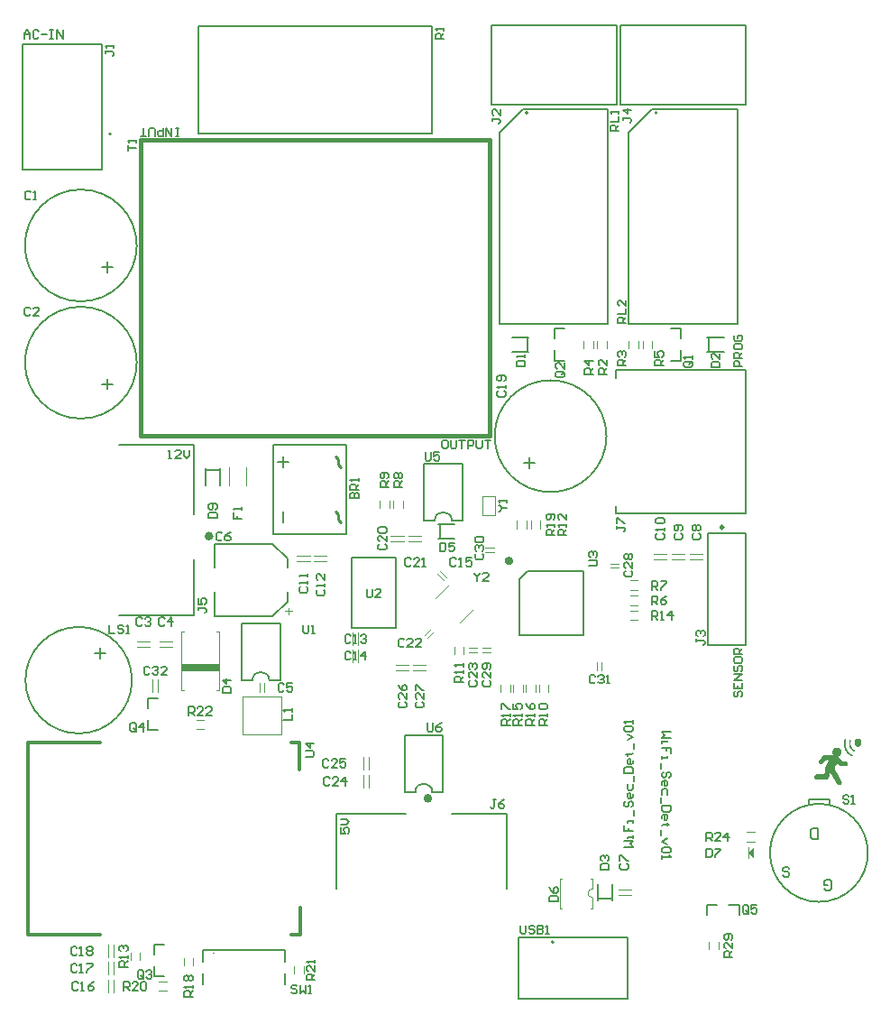
<source format=gto>
G04*
G04 #@! TF.GenerationSoftware,Altium Limited,Altium Designer,22.1.2 (22)*
G04*
G04 Layer_Color=65535*
%FSLAX25Y25*%
%MOIN*%
G70*
G04*
G04 #@! TF.SameCoordinates,BB4BA718-9431-4743-B970-F4C87B48E952*
G04*
G04*
G04 #@! TF.FilePolarity,Positive*
G04*
G01*
G75*
%ADD10C,0.00787*%
%ADD11C,0.01181*%
%ADD12C,0.01575*%
%ADD13C,0.00394*%
%ADD14C,0.01000*%
%ADD15C,0.00591*%
%ADD16R,0.14173X0.02953*%
G36*
X311457Y96358D02*
X311555D01*
Y96339D01*
X311614D01*
Y96319D01*
X311653D01*
Y96299D01*
X311693D01*
Y96280D01*
X311732D01*
Y96260D01*
X311752D01*
Y96240D01*
X311772D01*
Y96220D01*
X311791D01*
Y96201D01*
X311811D01*
Y96181D01*
X311831D01*
Y96161D01*
X311850D01*
Y96142D01*
X311870D01*
Y96122D01*
X311890D01*
Y96083D01*
X311910D01*
Y96063D01*
X311929D01*
Y96024D01*
X311949D01*
Y95965D01*
X311968D01*
Y95906D01*
X311988D01*
Y94331D01*
X311968D01*
Y94232D01*
X311949D01*
Y94173D01*
X311929D01*
Y94114D01*
X311910D01*
Y94075D01*
X311890D01*
Y94035D01*
X311870D01*
Y93996D01*
X311850D01*
Y93957D01*
X311831D01*
Y93937D01*
X311811D01*
Y93898D01*
X311791D01*
Y93878D01*
X311772D01*
Y93839D01*
X311752D01*
Y93819D01*
X311732D01*
Y93799D01*
X311713D01*
Y93779D01*
X311693D01*
Y93760D01*
X311673D01*
Y93740D01*
X311653D01*
Y93721D01*
X311634D01*
Y93701D01*
X311614D01*
Y93681D01*
X311575D01*
Y93661D01*
X311555D01*
Y93642D01*
X311535D01*
Y93622D01*
X311496D01*
Y93602D01*
X311457D01*
Y93583D01*
X311437D01*
Y93563D01*
X311398D01*
Y93543D01*
X311358D01*
Y93524D01*
X311299D01*
Y93504D01*
X311240D01*
Y93484D01*
X311181D01*
Y93465D01*
X311063D01*
Y93445D01*
X310807D01*
Y93465D01*
X310689D01*
Y93484D01*
X310610D01*
Y93504D01*
X310551D01*
Y93524D01*
X310512D01*
Y93543D01*
X310472D01*
Y93563D01*
X310433D01*
Y93583D01*
X310394D01*
Y93602D01*
X310354D01*
Y93622D01*
X310335D01*
Y93642D01*
X310295D01*
Y93661D01*
X310276D01*
Y93681D01*
X310256D01*
Y93701D01*
X310216D01*
Y93721D01*
X310197D01*
Y93740D01*
X310177D01*
Y93760D01*
X310157D01*
Y93779D01*
X310138D01*
Y93819D01*
X310118D01*
Y93839D01*
X310098D01*
Y93858D01*
X310079D01*
Y93878D01*
X310059D01*
Y93917D01*
X310039D01*
Y93937D01*
X310020D01*
Y93976D01*
X310000D01*
Y94016D01*
X309980D01*
Y94055D01*
X309961D01*
Y94095D01*
X309941D01*
Y94134D01*
X309921D01*
Y94193D01*
X309902D01*
Y94252D01*
X309882D01*
Y94370D01*
X309862D01*
Y95650D01*
Y95669D01*
Y95866D01*
X309882D01*
Y95945D01*
X309902D01*
Y96004D01*
X309921D01*
Y96043D01*
X309941D01*
Y96083D01*
X309961D01*
Y96102D01*
X309980D01*
Y96142D01*
X310000D01*
Y96161D01*
X310020D01*
Y96181D01*
X310039D01*
Y96201D01*
X310059D01*
Y96220D01*
X310079D01*
Y96240D01*
X310098D01*
Y96260D01*
X310138D01*
Y96280D01*
X310157D01*
Y96299D01*
X310197D01*
Y96319D01*
X310236D01*
Y96339D01*
X310295D01*
Y96358D01*
X310394D01*
Y96378D01*
X311457D01*
Y96358D01*
D02*
G37*
G36*
X308071Y95965D02*
X308150D01*
Y95945D01*
X308189D01*
Y95925D01*
X308209D01*
Y95906D01*
X308228D01*
Y95886D01*
X308248D01*
Y95866D01*
X308268D01*
Y95846D01*
X308287D01*
Y95807D01*
X308307D01*
Y95768D01*
X308327D01*
Y95591D01*
X308307D01*
Y95512D01*
X308287D01*
Y95453D01*
X308268D01*
Y95354D01*
X308248D01*
Y95256D01*
X308228D01*
Y95138D01*
X308209D01*
Y94961D01*
X308189D01*
Y94508D01*
X308209D01*
Y94311D01*
X308228D01*
Y94193D01*
X308248D01*
Y94095D01*
X308268D01*
Y94016D01*
X308287D01*
Y93937D01*
X308307D01*
Y93858D01*
X308327D01*
Y93799D01*
X308347D01*
Y93740D01*
X308366D01*
Y93701D01*
X308386D01*
Y93642D01*
X308405D01*
Y93583D01*
X308425D01*
Y93543D01*
X308445D01*
Y93504D01*
X308465D01*
Y93465D01*
X308484D01*
Y93425D01*
X308504D01*
Y93386D01*
X308524D01*
Y93347D01*
X308543D01*
Y93307D01*
X308563D01*
Y93268D01*
X308583D01*
Y93228D01*
X308602D01*
Y93209D01*
X308622D01*
Y93169D01*
X308642D01*
Y93130D01*
X308661D01*
Y93110D01*
X308681D01*
Y93071D01*
X308701D01*
Y93051D01*
X308720D01*
Y93032D01*
X308740D01*
Y92992D01*
X308760D01*
Y92972D01*
X308780D01*
Y92953D01*
X308799D01*
Y92913D01*
X308819D01*
Y92894D01*
X308839D01*
Y92874D01*
X308858D01*
Y92854D01*
X308878D01*
Y92835D01*
X308898D01*
Y92795D01*
X308917D01*
Y92776D01*
X308937D01*
Y92756D01*
X308957D01*
Y92736D01*
X308976D01*
Y92716D01*
X308996D01*
Y92697D01*
X309016D01*
Y92677D01*
X309035D01*
Y92658D01*
X309055D01*
Y92638D01*
X309075D01*
Y92618D01*
X309114D01*
Y92598D01*
X309134D01*
Y92579D01*
X309154D01*
Y92559D01*
X309173D01*
Y92539D01*
X309193D01*
Y92520D01*
X309232D01*
Y92500D01*
X309252D01*
Y92480D01*
X309272D01*
Y92461D01*
X309311D01*
Y92441D01*
X309331D01*
Y92421D01*
X309370D01*
Y92402D01*
X309390D01*
Y92382D01*
X309429D01*
Y92362D01*
X309449D01*
Y92343D01*
X309488D01*
Y92323D01*
X309528D01*
Y92303D01*
X309567D01*
Y92283D01*
X309606D01*
Y92264D01*
X309646D01*
Y92244D01*
X309685D01*
Y92224D01*
X309724D01*
Y92205D01*
X309744D01*
Y92185D01*
X309764D01*
Y92165D01*
X309784D01*
Y92146D01*
X309803D01*
Y92126D01*
X309823D01*
Y92087D01*
X309842D01*
Y92008D01*
X309862D01*
Y91909D01*
X309842D01*
Y91850D01*
X309823D01*
Y91811D01*
X309803D01*
Y91772D01*
X309784D01*
Y91752D01*
X309764D01*
Y91732D01*
X309744D01*
Y91713D01*
X309705D01*
Y91693D01*
X309665D01*
Y91673D01*
X309606D01*
Y91654D01*
X309508D01*
Y91673D01*
X309429D01*
Y91693D01*
X309390D01*
Y91713D01*
X309350D01*
Y91732D01*
X309311D01*
Y91752D01*
X309272D01*
Y91772D01*
X309232D01*
Y91791D01*
X309193D01*
Y91811D01*
X309173D01*
Y91831D01*
X309134D01*
Y91850D01*
X309095D01*
Y91870D01*
X309075D01*
Y91890D01*
X309035D01*
Y91909D01*
X308996D01*
Y91929D01*
X308976D01*
Y91949D01*
X308957D01*
Y91969D01*
X308917D01*
Y91988D01*
X308898D01*
Y92008D01*
X308878D01*
Y92028D01*
X308839D01*
Y92047D01*
X308819D01*
Y92067D01*
X308799D01*
Y92087D01*
X308760D01*
Y92106D01*
X308740D01*
Y92126D01*
X308720D01*
Y92146D01*
X308701D01*
Y92165D01*
X308681D01*
Y92185D01*
X308661D01*
Y92205D01*
X308642D01*
Y92224D01*
X308622D01*
Y92244D01*
X308602D01*
Y92264D01*
X308583D01*
Y92283D01*
X308563D01*
Y92303D01*
X308543D01*
Y92323D01*
X308524D01*
Y92343D01*
X308504D01*
Y92362D01*
X308484D01*
Y92382D01*
X308465D01*
Y92402D01*
X308445D01*
Y92421D01*
X308425D01*
Y92441D01*
X308405D01*
Y92461D01*
X308386D01*
Y92480D01*
X308366D01*
Y92520D01*
X308347D01*
Y92539D01*
X308327D01*
Y92559D01*
X308307D01*
Y92579D01*
X308287D01*
Y92618D01*
X308268D01*
Y92638D01*
X308248D01*
Y92658D01*
X308228D01*
Y92697D01*
X308209D01*
Y92716D01*
X308189D01*
Y92756D01*
X308169D01*
Y92776D01*
X308150D01*
Y92815D01*
X308130D01*
Y92835D01*
X308110D01*
Y92874D01*
X308090D01*
Y92913D01*
X308071D01*
Y92933D01*
X308051D01*
Y92972D01*
X308032D01*
Y93012D01*
X308012D01*
Y93051D01*
X307992D01*
Y93091D01*
X307972D01*
Y93130D01*
X307953D01*
Y93169D01*
X307933D01*
Y93209D01*
X307913D01*
Y93248D01*
X307894D01*
Y93287D01*
X307874D01*
Y93327D01*
X307854D01*
Y93386D01*
X307835D01*
Y93425D01*
X307815D01*
Y93484D01*
X307795D01*
Y93543D01*
X307776D01*
Y93602D01*
X307756D01*
Y93661D01*
X307736D01*
Y93721D01*
X307716D01*
Y93799D01*
X307697D01*
Y93858D01*
X307677D01*
Y93957D01*
X307658D01*
Y94055D01*
X307638D01*
Y94153D01*
X307618D01*
Y94311D01*
X307598D01*
Y94528D01*
X307579D01*
Y94941D01*
X307598D01*
Y95157D01*
X307618D01*
Y95295D01*
X307638D01*
Y95413D01*
X307658D01*
Y95512D01*
X307677D01*
Y95591D01*
X307697D01*
Y95669D01*
X307716D01*
Y95748D01*
X307736D01*
Y95787D01*
X307756D01*
Y95827D01*
X307776D01*
Y95866D01*
X307795D01*
Y95886D01*
X307815D01*
Y95906D01*
X307835D01*
Y95925D01*
X307874D01*
Y95945D01*
X307913D01*
Y95965D01*
X307972D01*
Y95984D01*
X308071D01*
Y95965D01*
D02*
G37*
G36*
X306339Y96457D02*
X306398D01*
Y96437D01*
X306417D01*
Y96417D01*
X306457D01*
Y96398D01*
X306476D01*
Y96378D01*
X306496D01*
Y96339D01*
X306516D01*
Y96299D01*
X306535D01*
Y96260D01*
X306555D01*
Y96102D01*
X306535D01*
Y96043D01*
X306516D01*
Y95984D01*
X306496D01*
Y95925D01*
X306476D01*
Y95866D01*
X306457D01*
Y95807D01*
X306437D01*
Y95748D01*
X306417D01*
Y95669D01*
X306398D01*
Y95591D01*
X306378D01*
Y95512D01*
X306358D01*
Y95413D01*
X306339D01*
Y95315D01*
X306319D01*
Y95197D01*
X306299D01*
Y95039D01*
X306279D01*
Y94803D01*
X306260D01*
Y94311D01*
X306279D01*
Y94075D01*
X306299D01*
Y93917D01*
X306319D01*
Y93799D01*
X306339D01*
Y93701D01*
X306358D01*
Y93602D01*
X306378D01*
Y93524D01*
X306398D01*
Y93445D01*
X306417D01*
Y93366D01*
X306437D01*
Y93307D01*
X306457D01*
Y93228D01*
X306476D01*
Y93169D01*
X306496D01*
Y93110D01*
X306516D01*
Y93051D01*
X306535D01*
Y93012D01*
X306555D01*
Y92953D01*
X306575D01*
Y92913D01*
X306594D01*
Y92854D01*
X306614D01*
Y92815D01*
X306634D01*
Y92776D01*
X306653D01*
Y92716D01*
X306673D01*
Y92677D01*
X306693D01*
Y92638D01*
X306713D01*
Y92598D01*
X306732D01*
Y92559D01*
X306752D01*
Y92520D01*
X306772D01*
Y92480D01*
X306791D01*
Y92441D01*
X306811D01*
Y92402D01*
X306831D01*
Y92382D01*
X306850D01*
Y92343D01*
X306870D01*
Y92303D01*
X306890D01*
Y92283D01*
X306909D01*
Y92244D01*
X306929D01*
Y92205D01*
X306949D01*
Y92185D01*
X306968D01*
Y92146D01*
X306988D01*
Y92126D01*
X307008D01*
Y92087D01*
X307028D01*
Y92067D01*
X307047D01*
Y92028D01*
X307067D01*
Y92008D01*
X307087D01*
Y91969D01*
X307106D01*
Y91949D01*
X307126D01*
Y91929D01*
X307146D01*
Y91890D01*
X307165D01*
Y91870D01*
X307185D01*
Y91850D01*
X307205D01*
Y91811D01*
X307224D01*
Y91791D01*
X307244D01*
Y91772D01*
X307264D01*
Y91752D01*
X307283D01*
Y91713D01*
X307303D01*
Y91693D01*
X307323D01*
Y91673D01*
X307343D01*
Y91654D01*
X307362D01*
Y91634D01*
X307382D01*
Y91614D01*
X307402D01*
Y91594D01*
X307421D01*
Y91575D01*
X307441D01*
Y91535D01*
X307461D01*
Y91516D01*
X307480D01*
Y91496D01*
X307500D01*
Y91476D01*
X307520D01*
Y91457D01*
X307539D01*
Y91437D01*
X307559D01*
Y91417D01*
X307579D01*
Y91398D01*
X307598D01*
Y91378D01*
X307618D01*
Y91358D01*
X307638D01*
Y91339D01*
X307658D01*
Y91319D01*
X307697D01*
Y91299D01*
X307716D01*
Y91280D01*
X307736D01*
Y91260D01*
X307756D01*
Y91240D01*
X307776D01*
Y91220D01*
X307795D01*
Y91201D01*
X307815D01*
Y91181D01*
X307854D01*
Y91161D01*
X307874D01*
Y91142D01*
X307894D01*
Y91122D01*
X307913D01*
Y91102D01*
X307933D01*
Y91083D01*
X307972D01*
Y91063D01*
X307992D01*
Y91043D01*
X308012D01*
Y91024D01*
X308051D01*
Y91004D01*
X308071D01*
Y90984D01*
X308090D01*
Y90965D01*
X308130D01*
Y90945D01*
X308150D01*
Y90925D01*
X308189D01*
Y90905D01*
X308209D01*
Y90886D01*
X308248D01*
Y90866D01*
X308268D01*
Y90847D01*
X308307D01*
Y90827D01*
X308327D01*
Y90807D01*
X308366D01*
Y90787D01*
X308405D01*
Y90768D01*
X308425D01*
Y90748D01*
X308465D01*
Y90728D01*
X308504D01*
Y90709D01*
X308543D01*
Y90689D01*
X308563D01*
Y90669D01*
X308602D01*
Y90650D01*
X308642D01*
Y90630D01*
X308681D01*
Y90610D01*
X308720D01*
Y90591D01*
X308760D01*
Y90571D01*
X308799D01*
Y90551D01*
X308858D01*
Y90531D01*
X308898D01*
Y90512D01*
X308937D01*
Y90492D01*
X308976D01*
Y90473D01*
X309016D01*
Y90453D01*
X309035D01*
Y90433D01*
X309055D01*
Y90394D01*
X309075D01*
Y90354D01*
X309095D01*
Y90315D01*
X309114D01*
Y90138D01*
X309095D01*
Y90098D01*
X309075D01*
Y90059D01*
X309055D01*
Y90039D01*
X309035D01*
Y90020D01*
X309016D01*
Y90000D01*
X308996D01*
Y89980D01*
X308976D01*
Y89961D01*
X308937D01*
Y89941D01*
X308858D01*
Y89921D01*
X308760D01*
Y89941D01*
X308701D01*
Y89961D01*
X308642D01*
Y89980D01*
X308602D01*
Y90000D01*
X308563D01*
Y90020D01*
X308524D01*
Y90039D01*
X308484D01*
Y90059D01*
X308425D01*
Y90079D01*
X308405D01*
Y90098D01*
X308366D01*
Y90118D01*
X308327D01*
Y90138D01*
X308287D01*
Y90158D01*
X308248D01*
Y90177D01*
X308209D01*
Y90197D01*
X308169D01*
Y90216D01*
X308150D01*
Y90236D01*
X308110D01*
Y90256D01*
X308071D01*
Y90276D01*
X308032D01*
Y90295D01*
X308012D01*
Y90315D01*
X307972D01*
Y90335D01*
X307953D01*
Y90354D01*
X307913D01*
Y90374D01*
X307894D01*
Y90394D01*
X307854D01*
Y90413D01*
X307835D01*
Y90433D01*
X307795D01*
Y90453D01*
X307776D01*
Y90473D01*
X307736D01*
Y90492D01*
X307716D01*
Y90512D01*
X307697D01*
Y90531D01*
X307658D01*
Y90551D01*
X307638D01*
Y90571D01*
X307618D01*
Y90591D01*
X307579D01*
Y90610D01*
X307559D01*
Y90630D01*
X307539D01*
Y90650D01*
X307520D01*
Y90669D01*
X307480D01*
Y90689D01*
X307461D01*
Y90709D01*
X307441D01*
Y90728D01*
X307421D01*
Y90748D01*
X307402D01*
Y90768D01*
X307362D01*
Y90787D01*
X307343D01*
Y90807D01*
X307323D01*
Y90827D01*
X307303D01*
Y90847D01*
X307283D01*
Y90866D01*
X307264D01*
Y90886D01*
X307244D01*
Y90905D01*
X307224D01*
Y90925D01*
X307205D01*
Y90945D01*
X307185D01*
Y90965D01*
X307165D01*
Y90984D01*
X307146D01*
Y91004D01*
X307126D01*
Y91024D01*
X307106D01*
Y91043D01*
X307087D01*
Y91063D01*
X307067D01*
Y91083D01*
X307047D01*
Y91102D01*
X307028D01*
Y91122D01*
X307008D01*
Y91142D01*
X306988D01*
Y91161D01*
X306968D01*
Y91181D01*
X306949D01*
Y91201D01*
X306929D01*
Y91220D01*
X306909D01*
Y91240D01*
X306890D01*
Y91280D01*
X306870D01*
Y91299D01*
X306850D01*
Y91319D01*
X306831D01*
Y91339D01*
X306811D01*
Y91358D01*
X306791D01*
Y91378D01*
X306772D01*
Y91417D01*
X306752D01*
Y91437D01*
X306732D01*
Y91457D01*
X306713D01*
Y91496D01*
X306693D01*
Y91516D01*
X306673D01*
Y91535D01*
X306653D01*
Y91575D01*
X306634D01*
Y91594D01*
X306614D01*
Y91614D01*
X306594D01*
Y91654D01*
X306575D01*
Y91673D01*
X306555D01*
Y91693D01*
X306535D01*
Y91732D01*
X306516D01*
Y91752D01*
X306496D01*
Y91791D01*
X306476D01*
Y91811D01*
X306457D01*
Y91850D01*
X306437D01*
Y91890D01*
X306417D01*
Y91909D01*
X306398D01*
Y91949D01*
X306378D01*
Y91988D01*
X306358D01*
Y92008D01*
X306339D01*
Y92047D01*
X306319D01*
Y92087D01*
X306299D01*
Y92106D01*
X306279D01*
Y92146D01*
X306260D01*
Y92185D01*
X306240D01*
Y92224D01*
X306221D01*
Y92264D01*
X306201D01*
Y92303D01*
X306181D01*
Y92343D01*
X306161D01*
Y92382D01*
X306142D01*
Y92421D01*
X306122D01*
Y92461D01*
X306102D01*
Y92520D01*
X306083D01*
Y92559D01*
X306063D01*
Y92598D01*
X306043D01*
Y92658D01*
X306024D01*
Y92697D01*
X306004D01*
Y92736D01*
X305984D01*
Y92795D01*
X305965D01*
Y92815D01*
Y92835D01*
Y92854D01*
X305945D01*
Y92913D01*
X305925D01*
Y92972D01*
X305906D01*
Y93032D01*
X305886D01*
Y93091D01*
X305866D01*
Y93150D01*
X305847D01*
Y93228D01*
X305827D01*
Y93287D01*
X305807D01*
Y93366D01*
X305787D01*
Y93465D01*
X305768D01*
Y93543D01*
X305748D01*
Y93642D01*
X305728D01*
Y93760D01*
X305709D01*
Y93898D01*
X305689D01*
Y94075D01*
X305669D01*
Y94350D01*
X305650D01*
Y94764D01*
X305669D01*
Y95039D01*
X305689D01*
Y95197D01*
X305709D01*
Y95354D01*
X305728D01*
Y95453D01*
X305748D01*
Y95551D01*
X305768D01*
Y95650D01*
X305787D01*
Y95728D01*
X305807D01*
Y95807D01*
X305827D01*
Y95886D01*
X305847D01*
Y95945D01*
X305866D01*
Y96024D01*
X305886D01*
Y96083D01*
X305906D01*
Y96142D01*
X305925D01*
Y96201D01*
X305945D01*
Y96260D01*
X305965D01*
Y96299D01*
X305984D01*
Y96339D01*
X306004D01*
Y96378D01*
X306024D01*
Y96398D01*
X306043D01*
Y96417D01*
X306083D01*
Y96437D01*
X306102D01*
Y96457D01*
X306161D01*
Y96476D01*
X306339D01*
Y96457D01*
D02*
G37*
G36*
X303189Y93189D02*
X303405D01*
Y93169D01*
X303504D01*
Y93150D01*
X303583D01*
Y93130D01*
X303642D01*
Y93110D01*
X303701D01*
Y93091D01*
X303760D01*
Y93071D01*
X303799D01*
Y93051D01*
X303839D01*
Y93032D01*
X303878D01*
Y93012D01*
X303917D01*
Y92992D01*
X303957D01*
Y92972D01*
X303996D01*
Y92953D01*
X304016D01*
Y92933D01*
X304055D01*
Y92913D01*
X304075D01*
Y92894D01*
X304114D01*
Y92874D01*
X304134D01*
Y92854D01*
X304153D01*
Y92835D01*
X304193D01*
Y92815D01*
X304213D01*
Y92795D01*
X304232D01*
Y92776D01*
X304252D01*
Y92756D01*
X304272D01*
Y92736D01*
X304291D01*
Y92716D01*
X304311D01*
Y92697D01*
X304331D01*
Y92677D01*
X304350D01*
Y92658D01*
X304370D01*
Y92638D01*
X304390D01*
Y92618D01*
X304410D01*
Y92598D01*
X304429D01*
Y92579D01*
X304449D01*
Y92559D01*
X304468D01*
Y92520D01*
X304488D01*
Y92500D01*
X304508D01*
Y92480D01*
X304528D01*
Y92441D01*
X304547D01*
Y92421D01*
X304567D01*
Y92382D01*
X304587D01*
Y92343D01*
X304606D01*
Y92303D01*
X304626D01*
Y92283D01*
X304646D01*
Y92244D01*
X304665D01*
Y92205D01*
X304685D01*
Y92146D01*
X304705D01*
Y92106D01*
X304724D01*
Y92047D01*
X304744D01*
Y91988D01*
X304764D01*
Y91909D01*
X304784D01*
Y91831D01*
X304803D01*
Y91713D01*
X304823D01*
Y91299D01*
X304803D01*
Y91161D01*
X304784D01*
Y91083D01*
X304764D01*
Y91004D01*
X304744D01*
Y90945D01*
X304724D01*
Y90886D01*
X304705D01*
Y90847D01*
X304685D01*
Y90787D01*
X304665D01*
Y90748D01*
X304646D01*
Y90709D01*
X304626D01*
Y90689D01*
X304606D01*
Y90650D01*
X304587D01*
Y90610D01*
X304567D01*
Y90571D01*
X304547D01*
Y90551D01*
X304528D01*
Y90512D01*
X304508D01*
Y90492D01*
X304488D01*
Y90473D01*
X304468D01*
Y90433D01*
X304449D01*
Y90413D01*
X304429D01*
Y90394D01*
X304410D01*
Y90374D01*
X304390D01*
Y90354D01*
X304370D01*
Y90335D01*
X304350D01*
Y90315D01*
X304331D01*
Y90295D01*
X304311D01*
Y90276D01*
X304291D01*
Y90256D01*
X304272D01*
Y90236D01*
X304252D01*
Y90216D01*
X304232D01*
Y90197D01*
X304213D01*
Y90177D01*
X304173D01*
Y90158D01*
X304153D01*
Y90138D01*
X304134D01*
Y90118D01*
X304114D01*
Y90098D01*
X304075D01*
Y90079D01*
X304055D01*
Y90059D01*
X304016D01*
Y90039D01*
X303976D01*
Y90020D01*
X303937D01*
Y90000D01*
X303917D01*
Y89980D01*
X303878D01*
Y89961D01*
X303819D01*
Y89941D01*
X303780D01*
Y89921D01*
X303740D01*
Y89902D01*
X303681D01*
Y89862D01*
X303661D01*
Y89803D01*
X303681D01*
Y89784D01*
X303701D01*
Y89764D01*
X303720D01*
Y89744D01*
X303740D01*
Y89724D01*
X303760D01*
Y89705D01*
X303780D01*
Y89685D01*
X303799D01*
Y89646D01*
X303819D01*
Y89626D01*
X303839D01*
Y89606D01*
X303858D01*
Y89587D01*
X303878D01*
Y89567D01*
X303898D01*
Y89547D01*
X303917D01*
Y89528D01*
X303937D01*
Y89508D01*
X303957D01*
Y89488D01*
X303976D01*
Y89449D01*
X303996D01*
Y89429D01*
X304016D01*
Y89410D01*
X304035D01*
Y89390D01*
X304055D01*
Y89370D01*
X304075D01*
Y89350D01*
X304095D01*
Y89331D01*
X304114D01*
Y89311D01*
X304134D01*
Y89272D01*
X304153D01*
Y89252D01*
X304173D01*
Y89232D01*
X304193D01*
Y89213D01*
X304213D01*
Y89193D01*
X304232D01*
Y89173D01*
X304252D01*
Y89153D01*
X304272D01*
Y89134D01*
X304291D01*
Y89114D01*
X304311D01*
Y89095D01*
X304331D01*
Y89055D01*
X304350D01*
Y89035D01*
X304370D01*
Y89016D01*
X304390D01*
Y88996D01*
X304410D01*
Y88976D01*
X304429D01*
Y88957D01*
X304449D01*
Y88937D01*
X304468D01*
Y88917D01*
X304488D01*
Y88878D01*
X304508D01*
Y88858D01*
X304528D01*
Y88839D01*
X304547D01*
Y88819D01*
X304567D01*
Y88799D01*
X304587D01*
Y88779D01*
X304606D01*
Y88760D01*
X304626D01*
Y88740D01*
X304646D01*
Y88721D01*
X304665D01*
Y88681D01*
X304685D01*
Y88661D01*
X304705D01*
Y88642D01*
X304724D01*
Y88622D01*
X304744D01*
Y88602D01*
X304764D01*
Y88583D01*
X304784D01*
Y88563D01*
X304803D01*
Y88543D01*
X304823D01*
Y88524D01*
X304842D01*
Y88484D01*
X304862D01*
Y88465D01*
X304882D01*
Y88445D01*
X304902D01*
Y88425D01*
X304921D01*
Y88406D01*
X304941D01*
Y88386D01*
X304961D01*
Y88366D01*
X304980D01*
Y88346D01*
X305000D01*
Y88327D01*
X305020D01*
Y88287D01*
X305039D01*
Y88268D01*
X305059D01*
Y88248D01*
X305079D01*
Y88228D01*
X305098D01*
Y88209D01*
X305118D01*
Y88189D01*
X305138D01*
Y88169D01*
X305157D01*
Y88150D01*
X305177D01*
Y88130D01*
X305197D01*
Y88110D01*
X305236D01*
Y88091D01*
X305276D01*
Y88071D01*
X305315D01*
Y88051D01*
X305354D01*
Y88032D01*
X305413D01*
Y88012D01*
X305512D01*
Y87992D01*
X306516D01*
Y87972D01*
X306594D01*
Y87953D01*
X306653D01*
Y87933D01*
X306713D01*
Y87913D01*
X306752D01*
Y87894D01*
X306791D01*
Y87874D01*
X306811D01*
Y87854D01*
X306850D01*
Y87835D01*
X306870D01*
Y87815D01*
X306890D01*
Y87795D01*
X306909D01*
Y87776D01*
X306949D01*
Y87736D01*
X306988D01*
Y87697D01*
X307008D01*
Y87677D01*
X307028D01*
Y87657D01*
X307047D01*
Y87618D01*
X307067D01*
Y87598D01*
X307087D01*
Y87559D01*
X307106D01*
Y87520D01*
X307126D01*
Y87480D01*
X307146D01*
Y87421D01*
X307165D01*
Y87362D01*
X307185D01*
Y87264D01*
X307205D01*
Y87047D01*
X307185D01*
Y86929D01*
X307165D01*
Y86870D01*
X307146D01*
Y86811D01*
X307126D01*
Y86772D01*
X307106D01*
Y86732D01*
X307087D01*
Y86693D01*
X307067D01*
Y86673D01*
X307047D01*
Y86634D01*
X307028D01*
Y86614D01*
X307008D01*
Y86594D01*
X306988D01*
Y86575D01*
X306968D01*
Y86555D01*
X306949D01*
Y86535D01*
X306929D01*
Y86516D01*
X306909D01*
Y86496D01*
X306890D01*
Y86476D01*
X306870D01*
Y86457D01*
X306831D01*
Y86437D01*
X306811D01*
Y86417D01*
X306772D01*
Y86398D01*
X306732D01*
Y86378D01*
X306693D01*
Y86358D01*
X306653D01*
Y86339D01*
X306594D01*
Y86319D01*
X306516D01*
Y86299D01*
X304764D01*
Y86319D01*
X304665D01*
Y86339D01*
X304606D01*
Y86358D01*
X304547D01*
Y86378D01*
X304488D01*
Y86398D01*
X304449D01*
Y86417D01*
X304429D01*
Y86437D01*
X304390D01*
Y86457D01*
X304370D01*
Y86476D01*
X304331D01*
Y86496D01*
X304311D01*
Y86516D01*
X304291D01*
Y86535D01*
X304252D01*
Y86555D01*
X304232D01*
Y86575D01*
X304213D01*
Y86594D01*
X304193D01*
Y86614D01*
X304173D01*
Y86634D01*
X304153D01*
Y86654D01*
X304134D01*
Y86673D01*
X304114D01*
Y86693D01*
X304095D01*
Y86713D01*
X304075D01*
Y86732D01*
X304055D01*
Y86752D01*
X304035D01*
Y86772D01*
X304016D01*
Y86791D01*
X303996D01*
Y86811D01*
X303976D01*
Y86831D01*
X303957D01*
Y86850D01*
X303937D01*
Y86870D01*
X303917D01*
Y86890D01*
X303898D01*
Y86910D01*
X303878D01*
Y86929D01*
X303858D01*
Y86949D01*
X303839D01*
Y86968D01*
X303819D01*
Y86988D01*
X303799D01*
Y87008D01*
X303780D01*
Y87028D01*
X303760D01*
Y87047D01*
X303740D01*
Y87067D01*
X303720D01*
Y87087D01*
X303701D01*
Y87106D01*
X303681D01*
Y87126D01*
X303661D01*
Y87146D01*
X303642D01*
Y87165D01*
X303622D01*
Y87185D01*
X303602D01*
Y87205D01*
X303583D01*
Y87224D01*
X303543D01*
Y87244D01*
X303504D01*
Y87264D01*
X303425D01*
Y87283D01*
X303346D01*
Y87264D01*
X303287D01*
Y87244D01*
X303228D01*
Y87224D01*
X303209D01*
Y87205D01*
X303189D01*
Y87185D01*
X303150D01*
Y87146D01*
X303130D01*
Y87126D01*
X303110D01*
Y87087D01*
X303091D01*
Y87067D01*
X303071D01*
Y87028D01*
X303051D01*
Y87008D01*
X303031D01*
Y86968D01*
X303012D01*
Y86949D01*
X302992D01*
Y86910D01*
X302972D01*
Y86870D01*
X302953D01*
Y86850D01*
X302933D01*
Y86811D01*
X302913D01*
Y86791D01*
X302894D01*
Y86752D01*
X302874D01*
Y86713D01*
X302854D01*
Y86693D01*
X302835D01*
Y86654D01*
X302815D01*
Y86634D01*
X302795D01*
Y86594D01*
X302776D01*
Y86575D01*
X302756D01*
Y86535D01*
X302736D01*
Y86496D01*
X302716D01*
Y86476D01*
X302697D01*
Y86437D01*
X302677D01*
Y86417D01*
X302658D01*
Y86378D01*
X302638D01*
Y86358D01*
X302618D01*
Y86319D01*
X302598D01*
Y86279D01*
X302579D01*
Y86260D01*
X302559D01*
Y86221D01*
X302539D01*
Y86201D01*
X302520D01*
Y86161D01*
X302500D01*
Y86122D01*
X302480D01*
Y86102D01*
X302461D01*
Y86063D01*
X302441D01*
Y86043D01*
X302421D01*
Y86004D01*
X302402D01*
Y85965D01*
X302382D01*
Y85905D01*
X302362D01*
Y85866D01*
X302343D01*
Y85787D01*
X302323D01*
Y85689D01*
X302303D01*
Y85433D01*
X302323D01*
Y85335D01*
X302343D01*
Y85276D01*
X302362D01*
Y85216D01*
X302382D01*
Y85177D01*
X302402D01*
Y85118D01*
X302421D01*
Y85098D01*
X302441D01*
Y85059D01*
X302461D01*
Y85020D01*
X302480D01*
Y84980D01*
X302500D01*
Y84941D01*
X302520D01*
Y84902D01*
X302539D01*
Y84862D01*
X302559D01*
Y84842D01*
X302579D01*
Y84803D01*
X302598D01*
Y84764D01*
X302618D01*
Y84724D01*
X302638D01*
Y84685D01*
X302658D01*
Y84646D01*
X302677D01*
Y84606D01*
X302697D01*
Y84587D01*
X302716D01*
Y84547D01*
X302736D01*
Y84508D01*
X302756D01*
Y84469D01*
X302776D01*
Y84429D01*
X302795D01*
Y84390D01*
X302815D01*
Y84370D01*
X302835D01*
Y84331D01*
X302854D01*
Y84291D01*
X302874D01*
Y84252D01*
X302894D01*
Y84213D01*
X302913D01*
Y84173D01*
X302933D01*
Y84134D01*
X302953D01*
Y84114D01*
X302972D01*
Y84075D01*
X302992D01*
Y84035D01*
X303012D01*
Y83996D01*
X303031D01*
Y83957D01*
X303051D01*
Y83917D01*
X303071D01*
Y83878D01*
X303091D01*
Y83858D01*
X303110D01*
Y83819D01*
X303130D01*
Y83780D01*
X303150D01*
Y83740D01*
X303169D01*
Y83701D01*
X303189D01*
Y83661D01*
X303209D01*
Y83622D01*
X303228D01*
Y83602D01*
X303248D01*
Y83563D01*
X303268D01*
Y83524D01*
X303287D01*
Y83484D01*
X303307D01*
Y83445D01*
X303327D01*
Y83406D01*
X303346D01*
Y83366D01*
X303366D01*
Y83346D01*
X303386D01*
Y83307D01*
X303405D01*
Y83268D01*
X303425D01*
Y83228D01*
X303445D01*
Y83189D01*
X303465D01*
Y83150D01*
X303484D01*
Y83130D01*
X303504D01*
Y83091D01*
X303524D01*
Y83051D01*
X303543D01*
Y83012D01*
X303563D01*
Y82973D01*
X303583D01*
Y82933D01*
X303602D01*
Y82894D01*
X303622D01*
Y82874D01*
X303642D01*
Y82835D01*
X303661D01*
Y82795D01*
X303681D01*
Y82756D01*
X303701D01*
Y82717D01*
X303720D01*
Y82677D01*
X303740D01*
Y82638D01*
X303760D01*
Y82618D01*
X303780D01*
Y82579D01*
X303799D01*
Y82539D01*
X303819D01*
Y82500D01*
X303839D01*
Y82461D01*
X303858D01*
Y82421D01*
X303878D01*
Y82382D01*
X303898D01*
Y82362D01*
X303917D01*
Y82323D01*
X303937D01*
Y82284D01*
X303957D01*
Y82244D01*
X303976D01*
Y82205D01*
X303996D01*
Y82165D01*
X304016D01*
Y82126D01*
X304035D01*
Y82106D01*
X304055D01*
Y82067D01*
X304075D01*
Y82028D01*
X304095D01*
Y81988D01*
X304114D01*
Y81949D01*
X304134D01*
Y81910D01*
X304153D01*
Y81890D01*
X304173D01*
Y81850D01*
X304193D01*
Y81811D01*
X304213D01*
Y81772D01*
X304232D01*
Y81732D01*
X304252D01*
Y81693D01*
X304272D01*
Y81653D01*
X304291D01*
Y81614D01*
X304311D01*
Y81595D01*
X304331D01*
Y81555D01*
X304350D01*
Y81516D01*
X304370D01*
Y81476D01*
X304390D01*
Y81437D01*
X304410D01*
Y81398D01*
X304429D01*
Y81358D01*
X304449D01*
Y81339D01*
X304468D01*
Y81299D01*
X304488D01*
Y81260D01*
X304508D01*
Y81221D01*
X304528D01*
Y81181D01*
X304547D01*
Y81142D01*
X304567D01*
Y81102D01*
X304587D01*
Y81083D01*
X304606D01*
Y81043D01*
X304626D01*
Y81004D01*
X304646D01*
Y80965D01*
X304665D01*
Y80925D01*
X304685D01*
Y80886D01*
X304705D01*
Y80866D01*
X304724D01*
Y80827D01*
X304744D01*
Y80787D01*
X304764D01*
Y80748D01*
X304784D01*
Y80709D01*
X304803D01*
Y80669D01*
X304823D01*
Y80630D01*
X304842D01*
Y80591D01*
X304862D01*
Y80532D01*
X304882D01*
Y80472D01*
X304902D01*
Y80354D01*
X304921D01*
Y80079D01*
X304902D01*
Y79980D01*
X304882D01*
Y79921D01*
X304862D01*
Y79862D01*
X304842D01*
Y79823D01*
X304823D01*
Y79783D01*
X304803D01*
Y79744D01*
X304784D01*
Y79705D01*
X304764D01*
Y79685D01*
X304744D01*
Y79646D01*
X304724D01*
Y79626D01*
X304705D01*
Y79606D01*
X304685D01*
Y79587D01*
X304665D01*
Y79567D01*
X304646D01*
Y79547D01*
X304626D01*
Y79528D01*
X304606D01*
Y79508D01*
X304587D01*
Y79488D01*
X304567D01*
Y79469D01*
X304547D01*
Y79449D01*
X304508D01*
Y79429D01*
X304488D01*
Y79409D01*
X304449D01*
Y79390D01*
X304429D01*
Y79370D01*
X304390D01*
Y79350D01*
X304331D01*
Y79331D01*
X304291D01*
Y79311D01*
X304232D01*
Y79291D01*
X304153D01*
Y79272D01*
X303780D01*
Y79291D01*
X303701D01*
Y79311D01*
X303642D01*
Y79331D01*
X303583D01*
Y79350D01*
X303543D01*
Y79370D01*
X303504D01*
Y79390D01*
X303465D01*
Y79409D01*
X303445D01*
Y79429D01*
X303405D01*
Y79449D01*
X303386D01*
Y79469D01*
X303366D01*
Y79488D01*
X303346D01*
Y79508D01*
X303307D01*
Y79528D01*
X303287D01*
Y79547D01*
X303268D01*
Y79567D01*
X303248D01*
Y79606D01*
X303228D01*
Y79626D01*
X303209D01*
Y79646D01*
X303189D01*
Y79665D01*
X303169D01*
Y79705D01*
X303150D01*
Y79744D01*
X303130D01*
Y79764D01*
X303110D01*
Y79803D01*
X303091D01*
Y79843D01*
X303071D01*
Y79882D01*
X303051D01*
Y79902D01*
X303031D01*
Y79941D01*
X303012D01*
Y79980D01*
X302992D01*
Y80000D01*
X302972D01*
Y80039D01*
X302953D01*
Y80079D01*
X302933D01*
Y80118D01*
X302913D01*
Y80138D01*
X302894D01*
Y80177D01*
X302874D01*
Y80216D01*
X302854D01*
Y80236D01*
X302835D01*
Y80276D01*
X302815D01*
Y80315D01*
X302795D01*
Y80354D01*
X302776D01*
Y80374D01*
X302756D01*
Y80413D01*
X302736D01*
Y80453D01*
X302716D01*
Y80472D01*
X302697D01*
Y80512D01*
X302677D01*
Y80551D01*
X302658D01*
Y80591D01*
X302638D01*
Y80610D01*
X302618D01*
Y80650D01*
X302598D01*
Y80689D01*
X302579D01*
Y80709D01*
X302559D01*
Y80748D01*
X302539D01*
Y80787D01*
X302520D01*
Y80827D01*
X302500D01*
Y80847D01*
X302480D01*
Y80886D01*
X302461D01*
Y80925D01*
X302441D01*
Y80945D01*
X302421D01*
Y80984D01*
X302402D01*
Y81024D01*
X302382D01*
Y81063D01*
X302362D01*
Y81083D01*
X302343D01*
Y81122D01*
X302323D01*
Y81161D01*
X302303D01*
Y81181D01*
X302284D01*
Y81221D01*
X302264D01*
Y81260D01*
X302244D01*
Y81299D01*
X302224D01*
Y81319D01*
X302205D01*
Y81358D01*
X302185D01*
Y81398D01*
X302165D01*
Y81417D01*
X302146D01*
Y81457D01*
X302126D01*
Y81496D01*
X302106D01*
Y81535D01*
X302087D01*
Y81555D01*
X302067D01*
Y81595D01*
X302047D01*
Y81634D01*
X302028D01*
Y81653D01*
X302008D01*
Y81693D01*
X301988D01*
Y81732D01*
X301969D01*
Y81772D01*
X301949D01*
Y81791D01*
X301929D01*
Y81831D01*
X301909D01*
Y81870D01*
X301890D01*
Y81890D01*
X301870D01*
Y81929D01*
X301850D01*
Y81968D01*
X301831D01*
Y82008D01*
X301811D01*
Y82028D01*
X301791D01*
Y82067D01*
X301772D01*
Y82106D01*
X301752D01*
Y82126D01*
X301732D01*
Y82165D01*
X301713D01*
Y82205D01*
X301693D01*
Y82244D01*
X301673D01*
Y82264D01*
X301654D01*
Y82303D01*
X301634D01*
Y82342D01*
X301614D01*
Y82362D01*
X301594D01*
Y82402D01*
X301575D01*
Y82441D01*
X301555D01*
Y82480D01*
X301535D01*
Y82500D01*
X301516D01*
Y82539D01*
X301496D01*
Y82579D01*
X301476D01*
Y82618D01*
X301457D01*
Y82638D01*
X301437D01*
Y82677D01*
X301417D01*
Y82717D01*
X301398D01*
Y82736D01*
X301378D01*
Y82776D01*
X301358D01*
Y82815D01*
X301339D01*
Y82854D01*
X301319D01*
Y82874D01*
X301299D01*
Y82913D01*
X301279D01*
Y82953D01*
X301260D01*
Y82973D01*
X301240D01*
Y83012D01*
X301220D01*
Y83051D01*
X301201D01*
Y83091D01*
X301181D01*
Y83110D01*
X301161D01*
Y83150D01*
X301142D01*
Y83189D01*
X301122D01*
Y83209D01*
X301102D01*
Y83248D01*
X301083D01*
Y83287D01*
X301063D01*
Y83327D01*
X301043D01*
Y83346D01*
X301024D01*
Y83386D01*
X301004D01*
Y83425D01*
X300984D01*
Y83445D01*
X300965D01*
Y83484D01*
X300945D01*
Y83524D01*
X300925D01*
Y83563D01*
X300905D01*
Y83583D01*
X300886D01*
Y83622D01*
X300866D01*
Y83661D01*
X300847D01*
Y83681D01*
X300827D01*
Y83720D01*
X300807D01*
Y83760D01*
X300787D01*
Y83799D01*
X300768D01*
Y83819D01*
X300748D01*
Y83858D01*
X300728D01*
Y83898D01*
X300709D01*
Y83917D01*
X300689D01*
Y83937D01*
X300610D01*
Y83917D01*
X300590D01*
Y83878D01*
X300571D01*
Y83799D01*
X300551D01*
Y83701D01*
X300532D01*
Y83622D01*
X300512D01*
Y83543D01*
X300492D01*
Y83445D01*
X300472D01*
Y83366D01*
X300453D01*
Y83287D01*
X300433D01*
Y83189D01*
X300413D01*
Y83110D01*
X300394D01*
Y83031D01*
X300374D01*
Y82953D01*
X300354D01*
Y82854D01*
X300335D01*
Y82776D01*
X300315D01*
Y82697D01*
X300295D01*
Y82657D01*
Y82638D01*
Y82598D01*
X300276D01*
Y82520D01*
X300256D01*
Y82441D01*
X300236D01*
Y82362D01*
X300217D01*
Y82323D01*
X300197D01*
Y82264D01*
X300177D01*
Y82205D01*
X300157D01*
Y82165D01*
X300138D01*
Y82126D01*
X300118D01*
Y82087D01*
X300098D01*
Y82047D01*
X300079D01*
Y82028D01*
X300059D01*
Y81988D01*
X300039D01*
Y81949D01*
X300020D01*
Y81929D01*
X300000D01*
Y81910D01*
X299980D01*
Y81870D01*
X299961D01*
Y81850D01*
X299941D01*
Y81831D01*
X299921D01*
Y81811D01*
X299902D01*
Y81772D01*
X299882D01*
Y81752D01*
X299862D01*
Y81732D01*
X299843D01*
Y81713D01*
X299823D01*
Y81693D01*
X299803D01*
Y81673D01*
X299783D01*
Y81653D01*
X299764D01*
Y81634D01*
X299724D01*
Y81614D01*
X299705D01*
Y81595D01*
X299685D01*
Y81575D01*
X299665D01*
Y81555D01*
X299626D01*
Y81535D01*
X299606D01*
Y81516D01*
X299567D01*
Y81496D01*
X299547D01*
Y81476D01*
X299508D01*
Y81457D01*
X299468D01*
Y81437D01*
X299429D01*
Y81417D01*
X299390D01*
Y81398D01*
X299350D01*
Y81378D01*
X299311D01*
Y81358D01*
X299252D01*
Y81339D01*
X299193D01*
Y81319D01*
X299134D01*
Y81299D01*
X299055D01*
Y81279D01*
X298937D01*
Y81260D01*
X295689D01*
Y81279D01*
X295571D01*
Y81299D01*
X295512D01*
Y81319D01*
X295453D01*
Y81339D01*
X295394D01*
Y81358D01*
X295354D01*
Y81378D01*
X295315D01*
Y81398D01*
X295295D01*
Y81417D01*
X295256D01*
Y81437D01*
X295236D01*
Y81457D01*
X295197D01*
Y81476D01*
X295177D01*
Y81496D01*
X295158D01*
Y81516D01*
X295118D01*
Y81535D01*
X295098D01*
Y81555D01*
X295079D01*
Y81575D01*
X295059D01*
Y81595D01*
X295039D01*
Y81634D01*
X295020D01*
Y81653D01*
X295000D01*
Y81673D01*
X294980D01*
Y81713D01*
X294961D01*
Y81732D01*
X294941D01*
Y81772D01*
X294921D01*
Y81791D01*
X294902D01*
Y81831D01*
X294882D01*
Y81870D01*
X294862D01*
Y81929D01*
X294843D01*
Y81968D01*
X294823D01*
Y82047D01*
X294803D01*
Y82126D01*
X294783D01*
Y82480D01*
X294803D01*
Y82579D01*
X294823D01*
Y82638D01*
X294843D01*
Y82697D01*
X294862D01*
Y82736D01*
X294882D01*
Y82795D01*
X294902D01*
Y82815D01*
X294921D01*
Y82854D01*
X294941D01*
Y82894D01*
X294961D01*
Y82913D01*
X294980D01*
Y82953D01*
X295000D01*
Y82973D01*
X295020D01*
Y82992D01*
X295039D01*
Y83012D01*
X295059D01*
Y83031D01*
X295079D01*
Y83051D01*
X295098D01*
Y83071D01*
X295118D01*
Y83091D01*
X295138D01*
Y83110D01*
X295158D01*
Y83130D01*
X295177D01*
Y83150D01*
X295216D01*
Y83169D01*
X295236D01*
Y83189D01*
X295256D01*
Y83209D01*
X295295D01*
Y83228D01*
X295335D01*
Y83248D01*
X295374D01*
Y83268D01*
X295413D01*
Y83287D01*
X295472D01*
Y83307D01*
X295532D01*
Y83327D01*
X295590D01*
Y83346D01*
X295728D01*
Y83366D01*
X298307D01*
Y83386D01*
X298366D01*
Y83406D01*
X298386D01*
Y83425D01*
X298425D01*
Y83445D01*
X298445D01*
Y83465D01*
X298465D01*
Y83484D01*
X298484D01*
Y83524D01*
X298504D01*
Y83563D01*
X298524D01*
Y83622D01*
X298543D01*
Y83740D01*
X298563D01*
Y83858D01*
X298583D01*
Y83996D01*
X298602D01*
Y84134D01*
X298622D01*
Y84272D01*
X298642D01*
Y84390D01*
X298661D01*
Y84528D01*
X298681D01*
Y84646D01*
X298701D01*
Y84784D01*
X298721D01*
Y84902D01*
X298740D01*
Y85039D01*
X298760D01*
Y85158D01*
X298780D01*
Y85295D01*
X298799D01*
Y85433D01*
X298819D01*
Y85551D01*
X298839D01*
Y85689D01*
X298858D01*
Y85807D01*
X298878D01*
Y85945D01*
X298898D01*
Y86063D01*
X298917D01*
Y86142D01*
X298937D01*
Y86221D01*
X298957D01*
Y86299D01*
X298976D01*
Y86358D01*
X298996D01*
Y86417D01*
X299016D01*
Y86457D01*
X299035D01*
Y86516D01*
X299055D01*
Y86555D01*
X299075D01*
Y86594D01*
X299095D01*
Y86654D01*
X299114D01*
Y86693D01*
X299134D01*
Y86732D01*
X299153D01*
Y86772D01*
X299173D01*
Y86791D01*
X299193D01*
Y86831D01*
X299213D01*
Y86870D01*
X299232D01*
Y86910D01*
X299252D01*
Y86929D01*
X299272D01*
Y86968D01*
X299291D01*
Y87008D01*
X299311D01*
Y87028D01*
X299331D01*
Y87067D01*
X299350D01*
Y87106D01*
X299370D01*
Y87126D01*
X299390D01*
Y87165D01*
X299410D01*
Y87205D01*
X299429D01*
Y87224D01*
X299449D01*
Y87264D01*
X299468D01*
Y87303D01*
X299488D01*
Y87323D01*
X299508D01*
Y87362D01*
X299528D01*
Y87402D01*
X299547D01*
Y87441D01*
X299567D01*
Y87461D01*
X299587D01*
Y87500D01*
X299606D01*
Y87539D01*
X299626D01*
Y87559D01*
X299646D01*
Y87598D01*
X299665D01*
Y87638D01*
X299685D01*
Y87657D01*
X299705D01*
Y87697D01*
X299724D01*
Y87736D01*
X299744D01*
Y87756D01*
X299764D01*
Y87795D01*
X299783D01*
Y87835D01*
X299803D01*
Y87854D01*
X299823D01*
Y87894D01*
X299843D01*
Y87933D01*
X299862D01*
Y87972D01*
X299882D01*
Y87992D01*
X299902D01*
Y88032D01*
X299921D01*
Y88071D01*
X299941D01*
Y88091D01*
X299961D01*
Y88130D01*
X299980D01*
Y88189D01*
X300000D01*
Y88327D01*
X299980D01*
Y88386D01*
X299961D01*
Y88425D01*
X299941D01*
Y88445D01*
X299921D01*
Y88484D01*
X299902D01*
Y88504D01*
X299862D01*
Y88524D01*
X299843D01*
Y88543D01*
X299803D01*
Y88563D01*
X299744D01*
Y88583D01*
X299252D01*
Y88563D01*
X299134D01*
Y88543D01*
X299075D01*
Y88524D01*
X299016D01*
Y88504D01*
X298976D01*
Y88484D01*
X298937D01*
Y88465D01*
X298898D01*
Y88445D01*
X298858D01*
Y88425D01*
X298839D01*
Y88406D01*
X298799D01*
Y88386D01*
X298780D01*
Y88366D01*
X298760D01*
Y88346D01*
X298740D01*
Y88327D01*
X298721D01*
Y88307D01*
X298701D01*
Y88287D01*
X298681D01*
Y88268D01*
X298661D01*
Y88248D01*
X298642D01*
Y88228D01*
X298622D01*
Y88209D01*
X298602D01*
Y88189D01*
X298583D01*
Y88150D01*
X298563D01*
Y88130D01*
X298543D01*
Y88110D01*
X298524D01*
Y88071D01*
X298504D01*
Y88051D01*
X298484D01*
Y88032D01*
X298465D01*
Y87992D01*
X298445D01*
Y87972D01*
X298425D01*
Y87953D01*
X298406D01*
Y87913D01*
X298386D01*
Y87894D01*
X298366D01*
Y87874D01*
X298346D01*
Y87835D01*
X298327D01*
Y87815D01*
X298307D01*
Y87795D01*
X298287D01*
Y87776D01*
X298268D01*
Y87736D01*
X298248D01*
Y87717D01*
X298228D01*
Y87697D01*
X298209D01*
Y87657D01*
X298189D01*
Y87638D01*
X298169D01*
Y87618D01*
X298150D01*
Y87579D01*
X298130D01*
Y87559D01*
X298110D01*
Y87539D01*
X298091D01*
Y87500D01*
X298071D01*
Y87480D01*
X298051D01*
Y87461D01*
X298031D01*
Y87421D01*
X298012D01*
Y87402D01*
X297992D01*
Y87382D01*
X297972D01*
Y87343D01*
X297953D01*
Y87323D01*
X297933D01*
Y87303D01*
X297913D01*
Y87283D01*
X297894D01*
Y87244D01*
X297874D01*
Y87224D01*
X297854D01*
Y87205D01*
X297835D01*
Y87185D01*
X297815D01*
Y87165D01*
X297776D01*
Y87146D01*
X297756D01*
Y87126D01*
X297736D01*
Y87106D01*
X297697D01*
Y87087D01*
X297657D01*
Y87067D01*
X297618D01*
Y87047D01*
X297579D01*
Y87028D01*
X297520D01*
Y87008D01*
X297461D01*
Y86988D01*
X297362D01*
Y86968D01*
X297146D01*
Y86988D01*
X297047D01*
Y87008D01*
X296969D01*
Y87028D01*
X296909D01*
Y87047D01*
X296870D01*
Y87067D01*
X296831D01*
Y87087D01*
X296791D01*
Y87106D01*
X296772D01*
Y87126D01*
X296732D01*
Y87146D01*
X296713D01*
Y87165D01*
X296693D01*
Y87185D01*
X296673D01*
Y87205D01*
X296654D01*
Y87224D01*
X296634D01*
Y87244D01*
X296614D01*
Y87264D01*
X296595D01*
Y87283D01*
X296575D01*
Y87303D01*
X296555D01*
Y87343D01*
X296535D01*
Y87362D01*
X296516D01*
Y87402D01*
X296496D01*
Y87421D01*
X296476D01*
Y87480D01*
X296457D01*
Y87520D01*
X296437D01*
Y87579D01*
X296417D01*
Y87638D01*
X296398D01*
Y87776D01*
X296378D01*
Y87894D01*
X296398D01*
Y88032D01*
X296417D01*
Y88110D01*
X296437D01*
Y88169D01*
X296457D01*
Y88209D01*
X296476D01*
Y88248D01*
X296496D01*
Y88287D01*
X296516D01*
Y88307D01*
X296535D01*
Y88346D01*
X296555D01*
Y88366D01*
X296575D01*
Y88386D01*
X296595D01*
Y88425D01*
X296614D01*
Y88445D01*
X296634D01*
Y88465D01*
X296654D01*
Y88504D01*
X296673D01*
Y88524D01*
X296693D01*
Y88543D01*
X296713D01*
Y88563D01*
X296732D01*
Y88602D01*
X296752D01*
Y88622D01*
X296772D01*
Y88642D01*
X296791D01*
Y88681D01*
X296811D01*
Y88701D01*
X296831D01*
Y88721D01*
X296850D01*
Y88740D01*
X296870D01*
Y88779D01*
X296890D01*
Y88799D01*
X296909D01*
Y88819D01*
X296929D01*
Y88858D01*
X296949D01*
Y88878D01*
X296969D01*
Y88898D01*
X296988D01*
Y88937D01*
X297008D01*
Y88957D01*
X297028D01*
Y88976D01*
X297047D01*
Y88996D01*
X297067D01*
Y89035D01*
X297087D01*
Y89055D01*
X297106D01*
Y89075D01*
X297126D01*
Y89114D01*
X297146D01*
Y89134D01*
X297165D01*
Y89153D01*
X297185D01*
Y89173D01*
X297205D01*
Y89213D01*
X297224D01*
Y89232D01*
X297244D01*
Y89252D01*
X297264D01*
Y89291D01*
X297284D01*
Y89311D01*
X297303D01*
Y89331D01*
X297323D01*
Y89370D01*
X297342D01*
Y89390D01*
X297362D01*
Y89410D01*
X297382D01*
Y89429D01*
X297402D01*
Y89468D01*
X297421D01*
Y89488D01*
X297441D01*
Y89508D01*
X297461D01*
Y89547D01*
X297480D01*
Y89567D01*
X297500D01*
Y89587D01*
X297520D01*
Y89626D01*
X297539D01*
Y89646D01*
X297559D01*
Y89665D01*
X297579D01*
Y89685D01*
X297598D01*
Y89724D01*
X297618D01*
Y89744D01*
X297638D01*
Y89764D01*
X297657D01*
Y89803D01*
X297677D01*
Y89823D01*
X297697D01*
Y89842D01*
X297716D01*
Y89862D01*
X297736D01*
Y89882D01*
X297756D01*
Y89902D01*
X297776D01*
Y89921D01*
X297795D01*
Y89941D01*
X297815D01*
Y89961D01*
X297835D01*
Y89980D01*
X297854D01*
Y90000D01*
X297874D01*
Y90020D01*
X297894D01*
Y90039D01*
X297913D01*
Y90059D01*
X297933D01*
Y90079D01*
X297953D01*
Y90098D01*
X297972D01*
Y90118D01*
X298012D01*
Y90138D01*
X298031D01*
Y90158D01*
X298071D01*
Y90177D01*
X298091D01*
Y90197D01*
X298130D01*
Y90216D01*
X298150D01*
Y90236D01*
X298189D01*
Y90256D01*
X298209D01*
Y90276D01*
X298248D01*
Y90295D01*
X298287D01*
Y90315D01*
X298327D01*
Y90335D01*
X298366D01*
Y90354D01*
X298425D01*
Y90374D01*
X298465D01*
Y90394D01*
X298524D01*
Y90413D01*
X298583D01*
Y90433D01*
X298642D01*
Y90453D01*
X298721D01*
Y90473D01*
X298819D01*
Y90492D01*
X298957D01*
Y90512D01*
X301673D01*
Y90531D01*
X301693D01*
Y90551D01*
X301713D01*
Y90610D01*
X301693D01*
Y90650D01*
X301673D01*
Y90669D01*
X301654D01*
Y90709D01*
X301634D01*
Y90748D01*
X301614D01*
Y90787D01*
X301594D01*
Y90847D01*
X301575D01*
Y90886D01*
X301555D01*
Y90945D01*
X301535D01*
Y91004D01*
X301516D01*
Y91083D01*
X301496D01*
Y91161D01*
X301476D01*
Y91280D01*
X301457D01*
Y91732D01*
X301476D01*
Y91831D01*
X301496D01*
Y91929D01*
X301516D01*
Y92008D01*
X301535D01*
Y92067D01*
X301555D01*
Y92106D01*
X301575D01*
Y92165D01*
X301594D01*
Y92205D01*
X301614D01*
Y92244D01*
X301634D01*
Y92283D01*
X301654D01*
Y92323D01*
X301673D01*
Y92362D01*
X301693D01*
Y92402D01*
X301713D01*
Y92421D01*
X301732D01*
Y92461D01*
X301752D01*
Y92480D01*
X301772D01*
Y92520D01*
X301791D01*
Y92539D01*
X301811D01*
Y92559D01*
X301831D01*
Y92579D01*
X301850D01*
Y92618D01*
X301870D01*
Y92638D01*
X301890D01*
Y92658D01*
X301909D01*
Y92677D01*
X301929D01*
Y92697D01*
X301949D01*
Y92716D01*
X301969D01*
Y92736D01*
X301988D01*
Y92756D01*
X302008D01*
Y92776D01*
X302028D01*
Y92795D01*
X302047D01*
Y92815D01*
X302087D01*
Y92835D01*
X302106D01*
Y92854D01*
X302126D01*
Y92874D01*
X302165D01*
Y92894D01*
X302185D01*
Y92913D01*
X302224D01*
Y92933D01*
X302244D01*
Y92953D01*
X302284D01*
Y92972D01*
X302303D01*
Y92992D01*
X302343D01*
Y93012D01*
X302382D01*
Y93032D01*
X302421D01*
Y93051D01*
X302461D01*
Y93071D01*
X302520D01*
Y93091D01*
X302559D01*
Y93110D01*
X302618D01*
Y93130D01*
X302697D01*
Y93150D01*
X302776D01*
Y93169D01*
X302874D01*
Y93189D01*
X303091D01*
Y93209D01*
X303189D01*
Y93189D01*
D02*
G37*
G36*
X272244Y52362D02*
X270276Y54331D01*
X272244Y56299D01*
Y52362D01*
D02*
G37*
D10*
X198425Y21358D02*
G03*
X198425Y21358I-394J0D01*
G01*
X44291Y278740D02*
G03*
X44291Y278740I-20669J0D01*
G01*
Y235433D02*
G03*
X44291Y235433I-20669J0D01*
G01*
X217913Y208268D02*
G03*
X217913Y208268I-20669J0D01*
G01*
X34843Y319921D02*
G03*
X34843Y319921I-394J0D01*
G01*
X188819Y327756D02*
G03*
X188819Y327756I-394J0D01*
G01*
X236614Y327756D02*
G03*
X236614Y327756I-394J0D01*
G01*
X42520Y118110D02*
G03*
X42520Y118110I-19685J0D01*
G01*
X314567Y54331D02*
G03*
X314567Y54331I-18110J0D01*
G01*
X93307Y118024D02*
G03*
X87008Y118024I-3150J0D01*
G01*
X160759Y177111D02*
G03*
X154460Y177111I-3150J0D01*
G01*
X153543Y76764D02*
G03*
X147244Y76764I-3150J0D01*
G01*
X185433Y492D02*
Y22933D01*
Y492D02*
X225590D01*
Y22933D01*
X185433D02*
X225590D01*
X221260Y179842D02*
X269291D01*
Y232598D01*
X221260D02*
X269291D01*
X221260Y179842D02*
Y182520D01*
Y229764D02*
Y232598D01*
X255512Y172441D02*
X269291D01*
Y131102D02*
Y172441D01*
X255512Y131102D02*
X269291D01*
X255512D02*
Y172441D01*
X31496Y270866D02*
X35433D01*
X33465Y268898D02*
Y272835D01*
X31496Y227559D02*
X35433D01*
X33465Y225591D02*
Y229528D01*
X189370Y196457D02*
Y200394D01*
X187402Y198425D02*
X191339D01*
X31496Y306772D02*
Y353071D01*
X1969D02*
X31496D01*
X1969Y306772D02*
X31496D01*
X1969D02*
Y353071D01*
X175276Y330709D02*
X221575D01*
Y360236D01*
X175276Y330709D02*
Y360236D01*
X221575D01*
X223071Y330709D02*
X269370D01*
Y360236D01*
X223071Y330709D02*
Y360236D01*
X269370D01*
X30709Y125984D02*
Y129921D01*
X28740Y127953D02*
X32677D01*
X37795Y205118D02*
X65354D01*
Y179528D02*
Y205118D01*
Y142126D02*
Y162598D01*
X37795Y142126D02*
X65354D01*
X118110Y41240D02*
Y68799D01*
X143701D01*
X160630D02*
X181102D01*
Y41240D02*
Y68799D01*
X94488Y141732D02*
X100000Y147244D01*
Y150591D01*
X73228Y141732D02*
X94488D01*
X73228D02*
Y150591D01*
Y159646D02*
Y168504D01*
X100000Y159646D02*
Y162992D01*
X73228Y168504D02*
X94488D01*
X100000Y162992D01*
X292701Y72047D02*
Y74016D01*
X300394D01*
Y72047D02*
Y74016D01*
X188583Y239469D02*
Y244783D01*
X183071Y239469D02*
X189173D01*
X183071Y244783D02*
X189173D01*
X255748Y239469D02*
Y244783D01*
X255157D02*
X261260D01*
X255157Y239469D02*
X261260D01*
X214665Y37402D02*
X219980D01*
X214665Y36811D02*
Y42913D01*
X219980Y36811D02*
Y42913D01*
X156299Y170571D02*
Y175886D01*
X155709D02*
X161811D01*
X155709Y170571D02*
X161811D01*
X69784Y195669D02*
X75098D01*
Y190157D02*
Y196260D01*
X69784Y190157D02*
Y196260D01*
X68701Y5906D02*
Y9843D01*
X99016Y5906D02*
Y9843D01*
Y14173D02*
Y18307D01*
X68701D02*
X99016D01*
X68701Y14173D02*
Y18307D01*
X245454Y236223D02*
Y239961D01*
X241693Y236223D02*
X245454D01*
Y244291D02*
Y248029D01*
X241693D02*
X245454D01*
X198798Y244291D02*
Y248029D01*
X202559D01*
X198798Y236223D02*
Y239961D01*
Y236223D02*
X202559D01*
X50767Y16732D02*
Y20470D01*
X54528D01*
X50767Y8664D02*
Y12402D01*
Y8664D02*
X54528D01*
X48404Y107677D02*
Y111415D01*
X52165D01*
X48404Y99609D02*
Y103347D01*
Y99609D02*
X52165D01*
X263189Y35060D02*
X266926D01*
Y31299D02*
Y35060D01*
X255121D02*
X258858D01*
X255121Y31299D02*
Y35060D01*
X185827Y134646D02*
Y155315D01*
X188779Y158268D01*
X209449D01*
X185827Y134646D02*
X209449D01*
Y158268D01*
X140157Y137402D02*
Y163386D01*
X123622Y137402D02*
X140157D01*
X123622D02*
Y163386D01*
X140157D01*
X96457Y198819D02*
X100394D01*
X98425Y196850D02*
Y200787D01*
Y176378D02*
Y180315D01*
X94882Y172047D02*
Y205118D01*
X121653D01*
Y172047D02*
Y205118D01*
X94882Y172047D02*
X121653D01*
X178347Y249606D02*
Y320472D01*
X187008Y329134D01*
X218504D01*
Y261024D02*
Y329134D01*
X178347Y249606D02*
X218504D01*
Y261024D01*
X226142Y249606D02*
Y320472D01*
X234803Y329134D01*
X266299D01*
Y261024D02*
Y329134D01*
X226142Y249606D02*
X266299D01*
Y261024D01*
X83071Y138924D02*
X97244D01*
X93307Y118024D02*
X97244D01*
Y138924D01*
X83071Y118024D02*
X87008D01*
X83071D02*
Y138924D01*
X150523Y198011D02*
X164696D01*
X160759Y177111D02*
X164696D01*
Y198011D01*
X150523Y177111D02*
X154460D01*
X150523D02*
Y198011D01*
X143307Y97664D02*
X157480D01*
X153543Y76764D02*
X157480D01*
Y97664D01*
X143307Y76764D02*
X147244D01*
X143307D02*
Y97664D01*
X66929Y320236D02*
Y359606D01*
Y320236D02*
X153543D01*
Y359606D01*
X66929D02*
X153543D01*
X55907Y200001D02*
X56956D01*
X56432D01*
Y203149D01*
X55907Y202624D01*
X60630Y200001D02*
X58531D01*
X60630Y202100D01*
Y202624D01*
X60105Y203149D01*
X59055D01*
X58531Y202624D01*
X61679Y203149D02*
Y201050D01*
X62729Y200001D01*
X63778Y201050D01*
Y203149D01*
X265486Y114044D02*
X264961Y113520D01*
Y112470D01*
X265486Y111945D01*
X266011D01*
X266535Y112470D01*
Y113520D01*
X267060Y114044D01*
X267585D01*
X268110Y113520D01*
Y112470D01*
X267585Y111945D01*
X264961Y117193D02*
Y115094D01*
X268110D01*
Y117193D01*
X266535Y115094D02*
Y116143D01*
X268110Y118242D02*
X264961D01*
X268110Y120341D01*
X264961D01*
X265486Y123490D02*
X264961Y122965D01*
Y121916D01*
X265486Y121391D01*
X266011D01*
X266535Y121916D01*
Y122965D01*
X267060Y123490D01*
X267585D01*
X268110Y122965D01*
Y121916D01*
X267585Y121391D01*
X264961Y126114D02*
Y125064D01*
X265486Y124539D01*
X267585D01*
X268110Y125064D01*
Y126114D01*
X267585Y126639D01*
X265486D01*
X264961Y126114D01*
X268110Y127688D02*
X264961D01*
Y129262D01*
X265486Y129787D01*
X266535D01*
X267060Y129262D01*
Y127688D01*
Y128738D02*
X268110Y129787D01*
X119685Y63648D02*
Y61549D01*
X121260D01*
X120735Y62599D01*
Y63124D01*
X121260Y63648D01*
X122309D01*
X122834Y63124D01*
Y62074D01*
X122309Y61549D01*
X119685Y64698D02*
X121785D01*
X122834Y65747D01*
X121785Y66797D01*
X119685D01*
X296194Y59463D02*
Y63398D01*
X294226D01*
X293570Y62742D01*
Y60119D01*
X294226Y59463D01*
X296194D01*
X59840Y319095D02*
X58791D01*
X59316D01*
Y322244D01*
X59840D01*
X58791D01*
X57216D02*
Y319095D01*
X55117Y322244D01*
Y319095D01*
X54068Y322244D02*
Y319095D01*
X52494D01*
X51969Y319620D01*
Y320669D01*
X52494Y321194D01*
X54068D01*
X50919Y319095D02*
Y321719D01*
X50394Y322244D01*
X49345D01*
X48820Y321719D01*
Y319095D01*
X47771D02*
X45672D01*
X46721D01*
Y322244D01*
X241600Y98943D02*
X238452D01*
X239501Y97893D01*
X238452Y96843D01*
X241600D01*
X238452Y95794D02*
Y94744D01*
Y95269D01*
X240551D01*
Y95794D01*
X241600Y91071D02*
Y93170D01*
X240026D01*
Y92121D01*
Y93170D01*
X238452D01*
Y90022D02*
Y88972D01*
Y89497D01*
X240551D01*
Y90022D01*
X237927Y87398D02*
Y85299D01*
X241076Y82150D02*
X241600Y82675D01*
Y83724D01*
X241076Y84249D01*
X240551D01*
X240026Y83724D01*
Y82675D01*
X239501Y82150D01*
X238977D01*
X238452Y82675D01*
Y83724D01*
X238977Y84249D01*
X238452Y79526D02*
Y80576D01*
X238977Y81101D01*
X240026D01*
X240551Y80576D01*
Y79526D01*
X240026Y79001D01*
X239501D01*
Y81101D01*
X240551Y75853D02*
Y77427D01*
X240026Y77952D01*
X238977D01*
X238452Y77427D01*
Y75853D01*
X237927Y74803D02*
Y72704D01*
X241600Y71655D02*
X238452D01*
Y70081D01*
X238977Y69556D01*
X241076D01*
X241600Y70081D01*
Y71655D01*
X238452Y66932D02*
Y67981D01*
X238977Y68506D01*
X240026D01*
X240551Y67981D01*
Y66932D01*
X240026Y66407D01*
X239501D01*
Y68506D01*
X241076Y64833D02*
X240551D01*
Y65358D01*
Y64308D01*
Y64833D01*
X238977D01*
X238452Y64308D01*
X237927Y62734D02*
Y60635D01*
X240551Y59585D02*
X238452Y58536D01*
X240551Y57486D01*
X241076Y56437D02*
X241600Y55912D01*
Y54862D01*
X241076Y54338D01*
X238977D01*
X238452Y54862D01*
Y55912D01*
X238977Y56437D01*
X241076D01*
X238452Y53288D02*
Y52239D01*
Y52763D01*
X241600D01*
X241076Y53288D01*
X268110Y233991D02*
X264961D01*
Y235566D01*
X265486Y236090D01*
X266535D01*
X267060Y235566D01*
Y233991D01*
X268110Y237140D02*
X264961D01*
Y238714D01*
X265486Y239239D01*
X266535D01*
X267060Y238714D01*
Y237140D01*
Y238190D02*
X268110Y239239D01*
X264961Y241863D02*
Y240813D01*
X265486Y240289D01*
X267585D01*
X268110Y240813D01*
Y241863D01*
X267585Y242388D01*
X265486D01*
X264961Y241863D01*
X265486Y245536D02*
X264961Y245011D01*
Y243962D01*
X265486Y243437D01*
X267585D01*
X268110Y243962D01*
Y245011D01*
X267585Y245536D01*
X266535D01*
Y244487D01*
X298294Y41208D02*
X298950Y40552D01*
X300262D01*
X300918Y41208D01*
Y43832D01*
X300262Y44488D01*
X298950D01*
X298294Y43832D01*
Y42520D01*
X299606D01*
X282940Y45945D02*
X283596Y45289D01*
X284908D01*
X285564Y45945D01*
Y46601D01*
X284908Y47257D01*
X283596D01*
X282940Y47913D01*
Y48569D01*
X283596Y49225D01*
X284908D01*
X285564Y48569D01*
X2758Y355119D02*
Y357218D01*
X3808Y358267D01*
X4857Y357218D01*
Y355119D01*
Y356693D01*
X2758D01*
X8006Y357743D02*
X7481Y358267D01*
X6432D01*
X5907Y357743D01*
Y355643D01*
X6432Y355119D01*
X7481D01*
X8006Y355643D01*
X9055Y356693D02*
X11154D01*
X12204Y358267D02*
X13253D01*
X12729D01*
Y355119D01*
X12204D01*
X13253D01*
X14828D02*
Y358267D01*
X16927Y355119D01*
Y358267D01*
X158795Y206889D02*
X157746D01*
X157221Y206364D01*
Y204265D01*
X157746Y203741D01*
X158795D01*
X159320Y204265D01*
Y206364D01*
X158795Y206889D01*
X160369D02*
Y204265D01*
X160894Y203741D01*
X161944D01*
X162468Y204265D01*
Y206889D01*
X163518D02*
X165617D01*
X164567D01*
Y203741D01*
X166666D02*
Y206889D01*
X168241D01*
X168766Y206364D01*
Y205315D01*
X168241Y204790D01*
X166666D01*
X169815Y206889D02*
Y204265D01*
X170340Y203741D01*
X171389D01*
X171914Y204265D01*
Y206889D01*
X172964D02*
X175063D01*
X174013D01*
Y203741D01*
X224541Y56569D02*
X227690D01*
X226640Y57619D01*
X227690Y58668D01*
X224541D01*
X227690Y59718D02*
Y60767D01*
Y60243D01*
X225591D01*
Y59718D01*
X224541Y64441D02*
Y62342D01*
X226116D01*
Y63391D01*
Y62342D01*
X227690D01*
Y65490D02*
Y66540D01*
Y66015D01*
X225591D01*
Y65490D01*
X228215Y68114D02*
Y70213D01*
X225066Y73362D02*
X224541Y72837D01*
Y71787D01*
X225066Y71263D01*
X225591D01*
X226116Y71787D01*
Y72837D01*
X226640Y73362D01*
X227165D01*
X227690Y72837D01*
Y71787D01*
X227165Y71263D01*
X227690Y75985D02*
Y74936D01*
X227165Y74411D01*
X226116D01*
X225591Y74936D01*
Y75985D01*
X226116Y76510D01*
X226640D01*
Y74411D01*
X225591Y79659D02*
Y78085D01*
X226116Y77560D01*
X227165D01*
X227690Y78085D01*
Y79659D01*
X228215Y80708D02*
Y82807D01*
X224541Y83857D02*
X227690D01*
Y85431D01*
X227165Y85956D01*
X225066D01*
X224541Y85431D01*
Y83857D01*
X227690Y88580D02*
Y87530D01*
X227165Y87006D01*
X226116D01*
X225591Y87530D01*
Y88580D01*
X226116Y89105D01*
X226640D01*
Y87006D01*
X225066Y90679D02*
X225591D01*
Y90154D01*
Y91204D01*
Y90679D01*
X227165D01*
X227690Y91204D01*
X228215Y92778D02*
Y94877D01*
X225591Y95927D02*
X227690Y96976D01*
X225591Y98026D01*
X225066Y99075D02*
X224541Y99600D01*
Y100649D01*
X225066Y101174D01*
X227165D01*
X227690Y100649D01*
Y99600D01*
X227165Y99075D01*
X225066D01*
X227690Y102224D02*
Y103273D01*
Y102749D01*
X224541D01*
X225066Y102224D01*
D11*
X261024Y174606D02*
G03*
X261024Y174606I-394J0D01*
G01*
X3952Y24213D02*
Y95079D01*
Y24213D02*
X30650D01*
X3952Y95079D02*
X30650D01*
X104581Y24213D02*
Y34055D01*
X101516Y95079D02*
X104558D01*
Y85236D02*
Y95079D01*
X101516Y24213D02*
X104581D01*
D12*
X71791Y171339D02*
G03*
X71791Y171339I-787J0D01*
G01*
X152677Y74449D02*
G03*
X152677Y74449I-787J0D01*
G01*
X182677Y162205D02*
G03*
X182677Y162205I-787J0D01*
G01*
X45669Y208268D02*
Y317717D01*
Y208268D02*
X174803D01*
Y317717D01*
X45669D02*
X174803D01*
D13*
X212697Y40957D02*
G03*
X212697Y37783I0J-1587D01*
G01*
X72835Y17323D02*
G03*
X72835Y17323I-197J0D01*
G01*
X154851Y148405D02*
X159862Y153416D01*
X163760Y139497D02*
X168771Y144508D01*
X99225Y143653D02*
X101587D01*
X100394Y142520D02*
Y144882D01*
X270276Y52362D02*
Y56299D01*
X44488Y132480D02*
X49213D01*
X44488Y130512D02*
X49213D01*
X52756Y132480D02*
X57480D01*
X52756Y130512D02*
X57480D01*
X222441Y38780D02*
X227165D01*
X222441Y40748D02*
X227165D01*
X248819Y162795D02*
X253543D01*
X248819Y164764D02*
X253543D01*
X242126Y162795D02*
X246850D01*
X242126Y164764D02*
X246850D01*
X235433Y162795D02*
X240158D01*
X235433Y164764D02*
X240158D01*
X103543Y163976D02*
X108268D01*
X103543Y162008D02*
X108268D01*
X126181Y131102D02*
Y135827D01*
X124213Y131102D02*
Y135827D01*
X126181Y124803D02*
Y129527D01*
X124213Y124803D02*
Y129527D01*
X33811Y2756D02*
Y7480D01*
X35779Y2756D02*
Y7480D01*
X33811Y9252D02*
Y13976D01*
X35779Y9252D02*
Y13976D01*
X33811Y15748D02*
Y20472D01*
X35779Y15748D02*
Y20472D01*
X138189Y169488D02*
X142913D01*
X138189Y171457D02*
X142913D01*
X144617Y169488D02*
X149341D01*
X144617Y171457D02*
X149341D01*
X128012Y78347D02*
Y83071D01*
X129980Y78347D02*
Y83071D01*
X128012Y85039D02*
Y89764D01*
X129980Y85039D02*
Y89764D01*
X140157Y123819D02*
X144882D01*
X140157Y121850D02*
X144882D01*
X146457Y123819D02*
X151181D01*
X146457Y121850D02*
X151181D01*
X52165Y113779D02*
Y118504D01*
X50197Y113779D02*
Y118504D01*
X109843Y163976D02*
X114567D01*
X109843Y162008D02*
X114567D01*
X91339Y113779D02*
Y116929D01*
X89764Y113779D02*
Y116929D01*
X155416Y157250D02*
X157643Y155023D01*
X156530Y158363D02*
X158757Y156136D01*
X150692Y134876D02*
X152919Y137103D01*
X151805Y133763D02*
X154033Y135990D01*
X166929Y128347D02*
X170079D01*
X166929Y129921D02*
X170079D01*
X219291Y161221D02*
X222441D01*
X219291Y159646D02*
X222441D01*
X172047Y128347D02*
X175197D01*
X172047Y129921D02*
X175197D01*
X173228Y167126D02*
X176378D01*
X173228Y165551D02*
X176378D01*
X216142Y121653D02*
Y124803D01*
X214567Y121653D02*
Y124803D01*
X200886Y44845D02*
X201476D01*
X200886Y33858D02*
X201476D01*
X212106Y44845D02*
X212697D01*
X212106Y33858D02*
X212697D01*
X200886D02*
Y44845D01*
X212697Y33858D02*
Y37783D01*
Y40957D02*
Y44845D01*
X83465Y112205D02*
X97638D01*
Y98032D02*
Y112205D01*
X83465Y98032D02*
X97638D01*
X83465D02*
Y112205D01*
X214528Y240748D02*
Y243504D01*
X218071Y240748D02*
Y243504D01*
X229724Y240748D02*
Y243504D01*
X226181Y240748D02*
Y243504D01*
X209409Y240748D02*
Y243504D01*
X212953Y240748D02*
Y243504D01*
X234842Y240748D02*
Y243504D01*
X231299Y240748D02*
Y243504D01*
X226575Y145866D02*
X229331D01*
X226575Y149409D02*
X229331D01*
X226575Y151378D02*
X229331D01*
X226575Y154921D02*
X229331D01*
X139173Y181693D02*
Y184449D01*
X142717Y181693D02*
Y184449D01*
X137598Y181693D02*
Y184449D01*
X134055Y181693D02*
Y184449D01*
X192913Y113583D02*
Y116339D01*
X196457Y113583D02*
Y116339D01*
X165157Y127756D02*
Y130512D01*
X161614Y127756D02*
Y130512D01*
X189961Y174213D02*
Y176969D01*
X193504Y174213D02*
Y176969D01*
X45472Y14764D02*
Y17520D01*
X41929Y14764D02*
Y17520D01*
X226575Y140354D02*
X229331D01*
X226575Y143898D02*
X229331D01*
X187008Y113583D02*
Y116339D01*
X183465Y113583D02*
Y116339D01*
X191732Y113583D02*
Y116339D01*
X188189Y113583D02*
Y116339D01*
X182283Y113583D02*
Y116339D01*
X178740Y113583D02*
Y116339D01*
X61614Y12598D02*
Y15354D01*
X65158Y12598D02*
Y15354D01*
X184843Y174213D02*
Y176969D01*
X188386Y174213D02*
Y176969D01*
X52559Y6890D02*
X55315D01*
X52559Y3347D02*
X55315D01*
X106102Y9646D02*
Y12402D01*
X102559Y9646D02*
Y12402D01*
X66339Y103543D02*
X69095D01*
X66339Y100000D02*
X69095D01*
X269882Y62008D02*
X272638D01*
X269882Y58465D02*
X272638D01*
X255709Y18701D02*
Y21457D01*
X259252Y18701D02*
Y21457D01*
X84646Y189961D02*
Y196653D01*
X78347Y189961D02*
Y196653D01*
X176900Y179067D02*
Y186153D01*
X172176Y179067D02*
X176900D01*
X172176D02*
Y186153D01*
X176900D01*
X73622Y114370D02*
X74803D01*
X60630D02*
X61811D01*
X60630D02*
Y115157D01*
X74803Y114370D02*
Y115157D01*
X60630Y136024D02*
X61811D01*
X73622D02*
X74803D01*
Y115157D02*
Y136024D01*
X60630Y115157D02*
Y136024D01*
X269291Y330709D02*
X269370D01*
D14*
X119654Y196819D02*
X118655Y197819D01*
Y199819D01*
X117655Y200818D01*
X119654Y176347D02*
X118655Y177347D01*
Y179346D01*
X117655Y180346D01*
D15*
X111155Y151576D02*
X110630Y151051D01*
Y150001D01*
X111155Y149477D01*
X113254D01*
X113779Y150001D01*
Y151051D01*
X113254Y151576D01*
X113779Y152625D02*
Y153675D01*
Y153150D01*
X110630D01*
X111155Y152625D01*
X113779Y157348D02*
Y155249D01*
X111680Y157348D01*
X111155D01*
X110630Y156823D01*
Y155774D01*
X111155Y155249D01*
X70867Y178085D02*
X74015D01*
Y179659D01*
X73491Y180184D01*
X71391D01*
X70867Y179659D01*
Y178085D01*
X73491Y181233D02*
X74015Y181758D01*
Y182808D01*
X73491Y183333D01*
X71391D01*
X70867Y182808D01*
Y181758D01*
X71391Y181233D01*
X71916D01*
X72441Y181758D01*
Y183333D01*
X169030Y157873D02*
Y157349D01*
X170079Y156299D01*
X171129Y157349D01*
Y157873D01*
X170079Y156299D02*
Y154725D01*
X174277D02*
X172178D01*
X174277Y156824D01*
Y157349D01*
X173753Y157873D01*
X172703D01*
X172178Y157349D01*
X177953Y180578D02*
X178478D01*
X179527Y181628D01*
X178478Y182677D01*
X177953D01*
X179527Y181628D02*
X181102D01*
Y183727D02*
Y184776D01*
Y184251D01*
X177953D01*
X178478Y183727D01*
X186091Y27559D02*
Y24935D01*
X186616Y24410D01*
X187665D01*
X188190Y24935D01*
Y27559D01*
X191339Y27034D02*
X190814Y27559D01*
X189764D01*
X189240Y27034D01*
Y26509D01*
X189764Y25984D01*
X190814D01*
X191339Y25460D01*
Y24935D01*
X190814Y24410D01*
X189764D01*
X189240Y24935D01*
X192388Y27559D02*
Y24410D01*
X193962D01*
X194487Y24935D01*
Y25460D01*
X193962Y25984D01*
X192388D01*
X193962D01*
X194487Y26509D01*
Y27034D01*
X193962Y27559D01*
X192388D01*
X195537Y24410D02*
X196586D01*
X196062D01*
Y27559D01*
X195537Y27034D01*
X151707Y102362D02*
Y99738D01*
X152232Y99213D01*
X153281D01*
X153806Y99738D01*
Y102362D01*
X156955D02*
X155905Y101837D01*
X154856Y100787D01*
Y99738D01*
X155380Y99213D01*
X156430D01*
X156955Y99738D01*
Y100263D01*
X156430Y100787D01*
X154856D01*
X150919Y202362D02*
Y199738D01*
X151444Y199213D01*
X152494D01*
X153019Y199738D01*
Y202362D01*
X156167D02*
X154068D01*
Y200787D01*
X155118Y201312D01*
X155642D01*
X156167Y200787D01*
Y199738D01*
X155642Y199213D01*
X154593D01*
X154068Y199738D01*
X106693Y89896D02*
X109317D01*
X109842Y90421D01*
Y91470D01*
X109317Y91995D01*
X106693D01*
X109842Y94619D02*
X106693D01*
X108268Y93045D01*
Y95144D01*
X211418Y160368D02*
X214042D01*
X214566Y160893D01*
Y161943D01*
X214042Y162467D01*
X211418D01*
X211943Y163517D02*
X211418Y164042D01*
Y165091D01*
X211943Y165616D01*
X212467D01*
X212992Y165091D01*
Y164566D01*
Y165091D01*
X213517Y165616D01*
X214042D01*
X214566Y165091D01*
Y164042D01*
X214042Y163517D01*
X129300Y151849D02*
Y149225D01*
X129825Y148700D01*
X130874D01*
X131399Y149225D01*
Y151849D01*
X134548Y148700D02*
X132449D01*
X134548Y150799D01*
Y151324D01*
X134023Y151849D01*
X132973D01*
X132449Y151324D01*
X105775Y138582D02*
Y135958D01*
X106300Y135434D01*
X107349D01*
X107874Y135958D01*
Y138582D01*
X108924Y135434D02*
X109973D01*
X109448D01*
Y138582D01*
X108924Y138057D01*
X40945Y313649D02*
Y315748D01*
Y314699D01*
X44094D01*
Y316798D02*
Y317847D01*
Y317322D01*
X40945D01*
X41470Y316798D01*
X103544Y4986D02*
X103019Y5511D01*
X101970D01*
X101445Y4986D01*
Y4462D01*
X101970Y3937D01*
X103019D01*
X103544Y3412D01*
Y2888D01*
X103019Y2363D01*
X101970D01*
X101445Y2888D01*
X104593Y5511D02*
Y2363D01*
X105643Y3412D01*
X106692Y2363D01*
Y5511D01*
X107742Y2363D02*
X108791D01*
X108267D01*
Y5511D01*
X107742Y4986D01*
X307480Y75065D02*
X306956Y75590D01*
X305906D01*
X305381Y75065D01*
Y74541D01*
X305906Y74016D01*
X306956D01*
X307480Y73491D01*
Y72966D01*
X306956Y72442D01*
X305906D01*
X305381Y72966D01*
X308530Y72442D02*
X309579D01*
X309055D01*
Y75590D01*
X308530Y75065D01*
X225196Y250133D02*
X222048D01*
Y251707D01*
X222572Y252232D01*
X223622D01*
X224147Y251707D01*
Y250133D01*
Y251182D02*
X225196Y252232D01*
X222048Y253281D02*
X225196D01*
Y255380D01*
Y258529D02*
Y256430D01*
X223097Y258529D01*
X222572D01*
X222048Y258004D01*
Y256955D01*
X222572Y256430D01*
X222440Y321130D02*
X219292D01*
Y322704D01*
X219817Y323229D01*
X220866D01*
X221391Y322704D01*
Y321130D01*
Y322179D02*
X222440Y323229D01*
X219292Y324278D02*
X222440D01*
Y326377D01*
Y327427D02*
Y328477D01*
Y327952D01*
X219292D01*
X219817Y327427D01*
X264566Y15881D02*
X261418D01*
Y17455D01*
X261943Y17980D01*
X262992D01*
X263517Y17455D01*
Y15881D01*
Y16930D02*
X264566Y17980D01*
Y21128D02*
Y19029D01*
X262467Y21128D01*
X261943D01*
X261418Y20604D01*
Y19554D01*
X261943Y19029D01*
X264042Y22178D02*
X264566Y22703D01*
Y23752D01*
X264042Y24277D01*
X261943D01*
X261418Y23752D01*
Y22703D01*
X261943Y22178D01*
X262467D01*
X262992Y22703D01*
Y24277D01*
X254856Y58662D02*
Y61810D01*
X256431D01*
X256956Y61286D01*
Y60236D01*
X256431Y59711D01*
X254856D01*
X255906D02*
X256956Y58662D01*
X260104D02*
X258005D01*
X260104Y60761D01*
Y61286D01*
X259579Y61810D01*
X258530D01*
X258005Y61286D01*
X262728Y58662D02*
Y61810D01*
X261154Y60236D01*
X263253D01*
X63518Y105119D02*
Y108267D01*
X65093D01*
X65618Y107743D01*
Y106693D01*
X65093Y106168D01*
X63518D01*
X64568D02*
X65618Y105119D01*
X68766D02*
X66667D01*
X68766Y107218D01*
Y107743D01*
X68241Y108267D01*
X67192D01*
X66667Y107743D01*
X71915Y105119D02*
X69816D01*
X71915Y107218D01*
Y107743D01*
X71390Y108267D01*
X70340D01*
X69816Y107743D01*
X110236Y7350D02*
X107087D01*
Y8925D01*
X107612Y9449D01*
X108661D01*
X109186Y8925D01*
Y7350D01*
Y8400D02*
X110236Y9449D01*
Y12598D02*
Y10499D01*
X108137Y12598D01*
X107612D01*
X107087Y12073D01*
Y11024D01*
X107612Y10499D01*
X110236Y13647D02*
Y14697D01*
Y14172D01*
X107087D01*
X107612Y13647D01*
X39503Y3544D02*
Y6692D01*
X41077D01*
X41602Y6168D01*
Y5118D01*
X41077Y4593D01*
X39503D01*
X40552D02*
X41602Y3544D01*
X44750D02*
X42651D01*
X44750Y5643D01*
Y6168D01*
X44226Y6692D01*
X43176D01*
X42651Y6168D01*
X45800D02*
X46325Y6692D01*
X47374D01*
X47899Y6168D01*
Y4069D01*
X47374Y3544D01*
X46325D01*
X45800Y4069D01*
Y6168D01*
X198818Y171655D02*
X195670D01*
Y173229D01*
X196195Y173754D01*
X197244D01*
X197769Y173229D01*
Y171655D01*
Y172704D02*
X198818Y173754D01*
Y174803D02*
Y175853D01*
Y175328D01*
X195670D01*
X196195Y174803D01*
X198294Y177427D02*
X198818Y177952D01*
Y179001D01*
X198294Y179526D01*
X196195D01*
X195670Y179001D01*
Y177952D01*
X196195Y177427D01*
X196719D01*
X197244Y177952D01*
Y179526D01*
X64960Y1182D02*
X61812D01*
Y2757D01*
X62336Y3281D01*
X63386D01*
X63911Y2757D01*
Y1182D01*
Y2232D02*
X64960Y3281D01*
Y4331D02*
Y5381D01*
Y4856D01*
X61812D01*
X62336Y4331D01*
Y6955D02*
X61812Y7480D01*
Y8529D01*
X62336Y9054D01*
X62861D01*
X63386Y8529D01*
X63911Y9054D01*
X64435D01*
X64960Y8529D01*
Y7480D01*
X64435Y6955D01*
X63911D01*
X63386Y7480D01*
X62861Y6955D01*
X62336D01*
X63386Y7480D02*
Y8529D01*
X182283Y101576D02*
X179134D01*
Y103150D01*
X179659Y103675D01*
X180709D01*
X181233Y103150D01*
Y101576D01*
Y102626D02*
X182283Y103675D01*
Y104725D02*
Y105774D01*
Y105249D01*
X179134D01*
X179659Y104725D01*
X179134Y107349D02*
Y109448D01*
X179659D01*
X181758Y107349D01*
X182283D01*
X191338Y101576D02*
X188189D01*
Y103150D01*
X188714Y103675D01*
X189764D01*
X190288Y103150D01*
Y101576D01*
Y102626D02*
X191338Y103675D01*
Y104725D02*
Y105774D01*
Y105249D01*
X188189D01*
X188714Y104725D01*
X188189Y109448D02*
X188714Y108398D01*
X189764Y107349D01*
X190813D01*
X191338Y107873D01*
Y108923D01*
X190813Y109448D01*
X190288D01*
X189764Y108923D01*
Y107349D01*
X186614Y101576D02*
X183465D01*
Y103150D01*
X183990Y103675D01*
X185039D01*
X185564Y103150D01*
Y101576D01*
Y102626D02*
X186614Y103675D01*
Y104725D02*
Y105774D01*
Y105249D01*
X183465D01*
X183990Y104725D01*
X183465Y109448D02*
Y107349D01*
X185039D01*
X184515Y108398D01*
Y108923D01*
X185039Y109448D01*
X186089D01*
X186614Y108923D01*
Y107873D01*
X186089Y107349D01*
X234778Y140552D02*
Y143700D01*
X236352D01*
X236877Y143175D01*
Y142126D01*
X236352Y141601D01*
X234778D01*
X235827D02*
X236877Y140552D01*
X237926D02*
X238976D01*
X238451D01*
Y143700D01*
X237926Y143175D01*
X242125Y140552D02*
Y143700D01*
X240550Y142126D01*
X242649D01*
X40944Y12206D02*
X37796D01*
Y13780D01*
X38320Y14305D01*
X39370D01*
X39895Y13780D01*
Y12206D01*
Y13255D02*
X40944Y14305D01*
Y15355D02*
Y16404D01*
Y15879D01*
X37796D01*
X38320Y15355D01*
Y17978D02*
X37796Y18503D01*
Y19553D01*
X38320Y20077D01*
X38845D01*
X39370Y19553D01*
Y19028D01*
Y19553D01*
X39895Y20077D01*
X40420D01*
X40944Y19553D01*
Y18503D01*
X40420Y17978D01*
X203149Y171655D02*
X200001D01*
Y173229D01*
X200525Y173754D01*
X201575D01*
X202100Y173229D01*
Y171655D01*
Y172704D02*
X203149Y173754D01*
Y174803D02*
Y175853D01*
Y175328D01*
X200001D01*
X200525Y174803D01*
X203149Y179526D02*
Y177427D01*
X201050Y179526D01*
X200525D01*
X200001Y179001D01*
Y177952D01*
X200525Y177427D01*
X164960Y117455D02*
X161811D01*
Y119029D01*
X162336Y119554D01*
X163386D01*
X163911Y119029D01*
Y117455D01*
Y118505D02*
X164960Y119554D01*
Y120604D02*
Y121653D01*
Y121128D01*
X161811D01*
X162336Y120604D01*
X164960Y123228D02*
Y124277D01*
Y123752D01*
X161811D01*
X162336Y123228D01*
X196063Y101576D02*
X192914D01*
Y103150D01*
X193439Y103675D01*
X194488D01*
X195013Y103150D01*
Y101576D01*
Y102626D02*
X196063Y103675D01*
Y104725D02*
Y105774D01*
Y105249D01*
X192914D01*
X193439Y104725D01*
Y107349D02*
X192914Y107873D01*
Y108923D01*
X193439Y109448D01*
X195538D01*
X196063Y108923D01*
Y107873D01*
X195538Y107349D01*
X193439D01*
X137401Y189502D02*
X134253D01*
Y191077D01*
X134777Y191601D01*
X135827D01*
X136352Y191077D01*
Y189502D01*
Y190552D02*
X137401Y191601D01*
X136876Y192651D02*
X137401Y193175D01*
Y194225D01*
X136876Y194750D01*
X134777D01*
X134253Y194225D01*
Y193175D01*
X134777Y192651D01*
X135302D01*
X135827Y193175D01*
Y194750D01*
X142519Y189502D02*
X139371D01*
Y191077D01*
X139895Y191601D01*
X140945D01*
X141470Y191077D01*
Y189502D01*
Y190552D02*
X142519Y191601D01*
X139895Y192651D02*
X139371Y193175D01*
Y194225D01*
X139895Y194750D01*
X140420D01*
X140945Y194225D01*
X141470Y194750D01*
X141994D01*
X142519Y194225D01*
Y193175D01*
X141994Y192651D01*
X141470D01*
X140945Y193175D01*
X140420Y192651D01*
X139895D01*
X140945Y193175D02*
Y194225D01*
X234778Y151575D02*
Y154724D01*
X236352D01*
X236877Y154199D01*
Y153150D01*
X236352Y152625D01*
X234778D01*
X235827D02*
X236877Y151575D01*
X237926Y154724D02*
X240025D01*
Y154199D01*
X237926Y152100D01*
Y151575D01*
X234778Y146063D02*
Y149212D01*
X236352D01*
X236877Y148687D01*
Y147638D01*
X236352Y147113D01*
X234778D01*
X235827D02*
X236877Y146063D01*
X240025Y149212D02*
X238976Y148687D01*
X237926Y147638D01*
Y146588D01*
X238451Y146063D01*
X239501D01*
X240025Y146588D01*
Y147113D01*
X239501Y147638D01*
X237926D01*
X238976Y234384D02*
X235827D01*
Y235958D01*
X236352Y236483D01*
X237402D01*
X237926Y235958D01*
Y234384D01*
Y235434D02*
X238976Y236483D01*
X235827Y239632D02*
Y237533D01*
X237402D01*
X236877Y238582D01*
Y239107D01*
X237402Y239632D01*
X238451D01*
X238976Y239107D01*
Y238057D01*
X238451Y237533D01*
X212992Y231235D02*
X209843D01*
Y232809D01*
X210368Y233333D01*
X211417D01*
X211942Y232809D01*
Y231235D01*
Y232284D02*
X212992Y233333D01*
Y235957D02*
X209843D01*
X211417Y234383D01*
Y236482D01*
X225196Y234384D02*
X222048D01*
Y235958D01*
X222572Y236483D01*
X223622D01*
X224147Y235958D01*
Y234384D01*
Y235434D02*
X225196Y236483D01*
X222572Y237533D02*
X222048Y238057D01*
Y239107D01*
X222572Y239632D01*
X223097D01*
X223622Y239107D01*
Y238582D01*
Y239107D01*
X224147Y239632D01*
X224672D01*
X225196Y239107D01*
Y238057D01*
X224672Y237533D01*
X218110Y231235D02*
X214961D01*
Y232809D01*
X215486Y233333D01*
X216535D01*
X217060Y232809D01*
Y231235D01*
Y232284D02*
X218110Y233333D01*
Y236482D02*
Y234383D01*
X216011Y236482D01*
X215486D01*
X214961Y235957D01*
Y234908D01*
X215486Y234383D01*
X157873Y354988D02*
X154725D01*
Y356562D01*
X155250Y357087D01*
X156299D01*
X156824Y356562D01*
Y354988D01*
Y356037D02*
X157873Y357087D01*
Y358136D02*
Y359186D01*
Y358661D01*
X154725D01*
X155250Y358136D01*
X270341Y32415D02*
Y34514D01*
X269817Y35039D01*
X268767D01*
X268242Y34514D01*
Y32415D01*
X268767Y31890D01*
X269817D01*
X269292Y32940D02*
X270341Y31890D01*
X269817D02*
X270341Y32415D01*
X273490Y35039D02*
X271391D01*
Y33465D01*
X272440Y33989D01*
X272965D01*
X273490Y33465D01*
Y32415D01*
X272965Y31890D01*
X271916D01*
X271391Y32415D01*
X43963Y99738D02*
Y101837D01*
X43439Y102362D01*
X42389D01*
X41864Y101837D01*
Y99738D01*
X42389Y99213D01*
X43439D01*
X42914Y100263D02*
X43963Y99213D01*
X43439D02*
X43963Y99738D01*
X46587Y99213D02*
Y102362D01*
X45013Y100787D01*
X47112D01*
X46719Y8399D02*
Y10498D01*
X46195Y11023D01*
X45145D01*
X44620Y10498D01*
Y8399D01*
X45145Y7875D01*
X46195D01*
X45670Y8924D02*
X46719Y7875D01*
X46195D02*
X46719Y8399D01*
X47769Y10498D02*
X48294Y11023D01*
X49343D01*
X49868Y10498D01*
Y9974D01*
X49343Y9449D01*
X48818D01*
X49343D01*
X49868Y8924D01*
Y8399D01*
X49343Y7875D01*
X48294D01*
X47769Y8399D01*
X201837Y232152D02*
X199738D01*
X199213Y231628D01*
Y230578D01*
X199738Y230053D01*
X201837D01*
X202362Y230578D01*
Y231628D01*
X201312Y231103D02*
X202362Y232152D01*
Y231628D02*
X201837Y232152D01*
X202362Y235301D02*
Y233202D01*
X200263Y235301D01*
X199738D01*
X199213Y234776D01*
Y233727D01*
X199738Y233202D01*
X249081Y235827D02*
X246982D01*
X246457Y235302D01*
Y234253D01*
X246982Y233728D01*
X249081D01*
X249606Y234253D01*
Y235302D01*
X248556Y234777D02*
X249606Y235827D01*
Y235302D02*
X249081Y235827D01*
X249606Y236876D02*
Y237926D01*
Y237401D01*
X246457D01*
X246982Y236876D01*
X34122Y138582D02*
Y135434D01*
X36221D01*
X39370Y138057D02*
X38845Y138582D01*
X37795D01*
X37271Y138057D01*
Y137533D01*
X37795Y137008D01*
X38845D01*
X39370Y136483D01*
Y135958D01*
X38845Y135434D01*
X37795D01*
X37271Y135958D01*
X40419Y135434D02*
X41469D01*
X40944D01*
Y138582D01*
X40419Y138057D01*
X98426Y103413D02*
X101574D01*
Y105512D01*
Y106561D02*
Y107611D01*
Y107086D01*
X98426D01*
X98950Y106561D01*
X221654Y175066D02*
Y174016D01*
Y174541D01*
X224278D01*
X224803Y174016D01*
Y173492D01*
X224278Y172967D01*
X221654Y176115D02*
Y178214D01*
X222179D01*
X224278Y176115D01*
X224803D01*
X177034Y74015D02*
X175985D01*
X176509D01*
Y71391D01*
X175985Y70867D01*
X175460D01*
X174935Y71391D01*
X180183Y74015D02*
X179133Y73491D01*
X178084Y72441D01*
Y71391D01*
X178609Y70867D01*
X179658D01*
X180183Y71391D01*
Y71916D01*
X179658Y72441D01*
X178084D01*
X66930Y145144D02*
Y144095D01*
Y144620D01*
X69554D01*
X70078Y144095D01*
Y143570D01*
X69554Y143045D01*
X66930Y148293D02*
Y146194D01*
X68504D01*
X67979Y147244D01*
Y147768D01*
X68504Y148293D01*
X69554D01*
X70078Y147768D01*
Y146719D01*
X69554Y146194D01*
X224016Y326247D02*
Y325197D01*
Y325722D01*
X226640D01*
X227165Y325197D01*
Y324673D01*
X226640Y324148D01*
X227165Y328871D02*
X224016D01*
X225590Y327296D01*
Y329396D01*
X251182Y133334D02*
Y132284D01*
Y132809D01*
X253805D01*
X254330Y132284D01*
Y131759D01*
X253805Y131234D01*
X251706Y134383D02*
X251182Y134908D01*
Y135957D01*
X251706Y136482D01*
X252231D01*
X252756Y135957D01*
Y135433D01*
Y135957D01*
X253281Y136482D01*
X253805D01*
X254330Y135957D01*
Y134908D01*
X253805Y134383D01*
X175591Y325853D02*
Y324804D01*
Y325328D01*
X178215D01*
X178740Y324804D01*
Y324279D01*
X178215Y323754D01*
X178740Y329002D02*
Y326903D01*
X176641Y329002D01*
X176116D01*
X175591Y328477D01*
Y327428D01*
X176116Y326903D01*
X32678Y350787D02*
Y349738D01*
Y350263D01*
X35302D01*
X35826Y349738D01*
Y349213D01*
X35302Y348688D01*
X35826Y351837D02*
Y352887D01*
Y352362D01*
X32678D01*
X33202Y351837D01*
X79922Y179921D02*
Y177822D01*
X81496D01*
Y178872D01*
Y177822D01*
X83070D01*
Y180971D02*
Y182020D01*
Y181496D01*
X79922D01*
X80446Y180971D01*
X254856Y55905D02*
Y52756D01*
X256431D01*
X256956Y53281D01*
Y55380D01*
X256431Y55905D01*
X254856D01*
X258005D02*
X260104D01*
Y55380D01*
X258005Y53281D01*
Y52756D01*
X196851Y36353D02*
X199999D01*
Y37927D01*
X199475Y38452D01*
X197376D01*
X196851Y37927D01*
Y36353D01*
Y41600D02*
X197376Y40551D01*
X198425Y39501D01*
X199475D01*
X199999Y40026D01*
Y41076D01*
X199475Y41600D01*
X198950D01*
X198425Y41076D01*
Y39501D01*
X156431Y168897D02*
Y165749D01*
X158006D01*
X158530Y166273D01*
Y168372D01*
X158006Y168897D01*
X156431D01*
X161679D02*
X159580D01*
Y167323D01*
X160629Y167848D01*
X161154D01*
X161679Y167323D01*
Y166273D01*
X161154Y165749D01*
X160105D01*
X159580Y166273D01*
X75985Y113518D02*
X79133D01*
Y115092D01*
X78609Y115617D01*
X76509D01*
X75985Y115092D01*
Y113518D01*
X79133Y118241D02*
X75985D01*
X77559Y116666D01*
Y118766D01*
X215749Y48164D02*
X218897D01*
Y49738D01*
X218372Y50263D01*
X216273D01*
X215749Y49738D01*
Y48164D01*
X216273Y51312D02*
X215749Y51837D01*
Y52886D01*
X216273Y53411D01*
X216798D01*
X217323Y52886D01*
Y52362D01*
Y52886D01*
X217848Y53411D01*
X218372D01*
X218897Y52886D01*
Y51837D01*
X218372Y51312D01*
X256693Y233597D02*
X259842D01*
Y235171D01*
X259317Y235696D01*
X257218D01*
X256693Y235171D01*
Y233597D01*
X259842Y238844D02*
Y236745D01*
X257743Y238844D01*
X257218D01*
X256693Y238319D01*
Y237270D01*
X257218Y236745D01*
X184646Y234121D02*
X187795D01*
Y235696D01*
X187270Y236221D01*
X185171D01*
X184646Y235696D01*
Y234121D01*
X187795Y237270D02*
Y238319D01*
Y237795D01*
X184646D01*
X185171Y237270D01*
X49082Y122703D02*
X48557Y123228D01*
X47508D01*
X46983Y122703D01*
Y120604D01*
X47508Y120079D01*
X48557D01*
X49082Y120604D01*
X50132Y122703D02*
X50656Y123228D01*
X51706D01*
X52231Y122703D01*
Y122178D01*
X51706Y121653D01*
X51181D01*
X51706D01*
X52231Y121129D01*
Y120604D01*
X51706Y120079D01*
X50656D01*
X50132Y120604D01*
X55379Y120079D02*
X53280D01*
X55379Y122178D01*
Y122703D01*
X54855Y123228D01*
X53805D01*
X53280Y122703D01*
X213780Y119553D02*
X213255Y120078D01*
X212206D01*
X211681Y119553D01*
Y117454D01*
X212206Y116930D01*
X213255D01*
X213780Y117454D01*
X214830Y119553D02*
X215354Y120078D01*
X216404D01*
X216929Y119553D01*
Y119029D01*
X216404Y118504D01*
X215879D01*
X216404D01*
X216929Y117979D01*
Y117454D01*
X216404Y116930D01*
X215354D01*
X214830Y117454D01*
X217978Y116930D02*
X219028D01*
X218503D01*
Y120078D01*
X217978Y119553D01*
X169817Y164830D02*
X169292Y164305D01*
Y163256D01*
X169817Y162731D01*
X171916D01*
X172440Y163256D01*
Y164305D01*
X171916Y164830D01*
X169817Y165880D02*
X169292Y166404D01*
Y167454D01*
X169817Y167979D01*
X170341D01*
X170866Y167454D01*
Y166929D01*
Y167454D01*
X171391Y167979D01*
X171916D01*
X172440Y167454D01*
Y166404D01*
X171916Y165880D01*
X169817Y169028D02*
X169292Y169553D01*
Y170603D01*
X169817Y171127D01*
X171916D01*
X172440Y170603D01*
Y169553D01*
X171916Y169028D01*
X169817D01*
X172573Y117980D02*
X172048Y117455D01*
Y116405D01*
X172573Y115881D01*
X174672D01*
X175196Y116405D01*
Y117455D01*
X174672Y117980D01*
X175196Y121128D02*
Y119029D01*
X173097Y121128D01*
X172573D01*
X172048Y120604D01*
Y119554D01*
X172573Y119029D01*
X174672Y122178D02*
X175196Y122703D01*
Y123752D01*
X174672Y124277D01*
X172573D01*
X172048Y123752D01*
Y122703D01*
X172573Y122178D01*
X173097D01*
X173622Y122703D01*
Y124277D01*
X224935Y158531D02*
X224410Y158006D01*
Y156957D01*
X224935Y156432D01*
X227034D01*
X227558Y156957D01*
Y158006D01*
X227034Y158531D01*
X227558Y161679D02*
Y159580D01*
X225460Y161679D01*
X224935D01*
X224410Y161155D01*
Y160105D01*
X224935Y159580D01*
Y162729D02*
X224410Y163254D01*
Y164303D01*
X224935Y164828D01*
X225460D01*
X225984Y164303D01*
X226509Y164828D01*
X227034D01*
X227558Y164303D01*
Y163254D01*
X227034Y162729D01*
X226509D01*
X225984Y163254D01*
X225460Y162729D01*
X224935D01*
X225984Y163254D02*
Y164303D01*
X147769Y110106D02*
X147245Y109581D01*
Y108531D01*
X147769Y108007D01*
X149868D01*
X150393Y108531D01*
Y109581D01*
X149868Y110106D01*
X150393Y113254D02*
Y111155D01*
X148294Y113254D01*
X147769D01*
X147245Y112730D01*
Y111680D01*
X147769Y111155D01*
X147245Y114304D02*
Y116403D01*
X147769D01*
X149868Y114304D01*
X150393D01*
X141470Y110106D02*
X140945Y109581D01*
Y108531D01*
X141470Y108007D01*
X143569D01*
X144094Y108531D01*
Y109581D01*
X143569Y110106D01*
X144094Y113254D02*
Y111155D01*
X141995Y113254D01*
X141470D01*
X140945Y112730D01*
Y111680D01*
X141470Y111155D01*
X140945Y116403D02*
X141470Y115353D01*
X142520Y114304D01*
X143569D01*
X144094Y114829D01*
Y115878D01*
X143569Y116403D01*
X143044D01*
X142520Y115878D01*
Y114304D01*
X115224Y88451D02*
X114699Y88976D01*
X113649D01*
X113125Y88451D01*
Y86352D01*
X113649Y85827D01*
X114699D01*
X115224Y86352D01*
X118372Y85827D02*
X116273D01*
X118372Y87926D01*
Y88451D01*
X117848Y88976D01*
X116798D01*
X116273Y88451D01*
X121521Y88976D02*
X119422D01*
Y87402D01*
X120471Y87926D01*
X120996D01*
X121521Y87402D01*
Y86352D01*
X120996Y85827D01*
X119947D01*
X119422Y86352D01*
X115618Y81758D02*
X115093Y82283D01*
X114043D01*
X113518Y81758D01*
Y79659D01*
X114043Y79134D01*
X115093D01*
X115618Y79659D01*
X118766Y79134D02*
X116667D01*
X118766Y81233D01*
Y81758D01*
X118241Y82283D01*
X117192D01*
X116667Y81758D01*
X121390Y79134D02*
Y82283D01*
X119816Y80709D01*
X121915D01*
X167454Y117980D02*
X166930Y117455D01*
Y116405D01*
X167454Y115881D01*
X169553D01*
X170078Y116405D01*
Y117455D01*
X169553Y117980D01*
X170078Y121128D02*
Y119029D01*
X167979Y121128D01*
X167454D01*
X166930Y120604D01*
Y119554D01*
X167454Y119029D01*
Y122178D02*
X166930Y122703D01*
Y123752D01*
X167454Y124277D01*
X167979D01*
X168504Y123752D01*
Y123227D01*
Y123752D01*
X169029Y124277D01*
X169553D01*
X170078Y123752D01*
Y122703D01*
X169553Y122178D01*
X143176Y132939D02*
X142652Y133464D01*
X141602D01*
X141077Y132939D01*
Y130840D01*
X141602Y130315D01*
X142652D01*
X143176Y130840D01*
X146325Y130315D02*
X144226D01*
X146325Y132414D01*
Y132939D01*
X145800Y133464D01*
X144751D01*
X144226Y132939D01*
X149474Y130315D02*
X147375D01*
X149474Y132414D01*
Y132939D01*
X148949Y133464D01*
X147899D01*
X147375Y132939D01*
X145670Y162861D02*
X145145Y163385D01*
X144096D01*
X143571Y162861D01*
Y160761D01*
X144096Y160237D01*
X145145D01*
X145670Y160761D01*
X148818Y160237D02*
X146719D01*
X148818Y162336D01*
Y162861D01*
X148294Y163385D01*
X147244D01*
X146719Y162861D01*
X149868Y160237D02*
X150917D01*
X150393D01*
Y163385D01*
X149868Y162861D01*
X133990Y168373D02*
X133465Y167849D01*
Y166799D01*
X133990Y166274D01*
X136089D01*
X136614Y166799D01*
Y167849D01*
X136089Y168373D01*
X136614Y171522D02*
Y169423D01*
X134515Y171522D01*
X133990D01*
X133465Y170997D01*
Y169948D01*
X133990Y169423D01*
Y172572D02*
X133465Y173096D01*
Y174146D01*
X133990Y174671D01*
X136089D01*
X136614Y174146D01*
Y173096D01*
X136089Y172572D01*
X133990D01*
X178084Y224935D02*
X177560Y224410D01*
Y223361D01*
X178084Y222836D01*
X180183D01*
X180708Y223361D01*
Y224410D01*
X180183Y224935D01*
X180708Y225985D02*
Y227034D01*
Y226509D01*
X177560D01*
X178084Y225985D01*
X180183Y228608D02*
X180708Y229133D01*
Y230183D01*
X180183Y230707D01*
X178084D01*
X177560Y230183D01*
Y229133D01*
X178084Y228608D01*
X178609D01*
X179134Y229133D01*
Y230707D01*
X22179Y19160D02*
X21654Y19684D01*
X20605D01*
X20080Y19160D01*
Y17061D01*
X20605Y16536D01*
X21654D01*
X22179Y17061D01*
X23229Y16536D02*
X24278D01*
X23753D01*
Y19684D01*
X23229Y19160D01*
X25852D02*
X26377Y19684D01*
X27427D01*
X27951Y19160D01*
Y18635D01*
X27427Y18110D01*
X27951Y17585D01*
Y17061D01*
X27427Y16536D01*
X26377D01*
X25852Y17061D01*
Y17585D01*
X26377Y18110D01*
X25852Y18635D01*
Y19160D01*
X26377Y18110D02*
X27427D01*
X22179Y12861D02*
X21654Y13385D01*
X20605D01*
X20080Y12861D01*
Y10762D01*
X20605Y10237D01*
X21654D01*
X22179Y10762D01*
X23229Y10237D02*
X24278D01*
X23753D01*
Y13385D01*
X23229Y12861D01*
X25852Y13385D02*
X27951D01*
Y12861D01*
X25852Y10762D01*
Y10237D01*
X22573Y6168D02*
X22048Y6692D01*
X20999D01*
X20474Y6168D01*
Y4069D01*
X20999Y3544D01*
X22048D01*
X22573Y4069D01*
X23622Y3544D02*
X24672D01*
X24147D01*
Y6692D01*
X23622Y6168D01*
X28345Y6692D02*
X27296Y6168D01*
X26246Y5118D01*
Y4069D01*
X26771Y3544D01*
X27820D01*
X28345Y4069D01*
Y4593D01*
X27820Y5118D01*
X26246D01*
X162337Y162861D02*
X161812Y163385D01*
X160762D01*
X160238Y162861D01*
Y160761D01*
X160762Y160237D01*
X161812D01*
X162337Y160761D01*
X163386Y160237D02*
X164436D01*
X163911D01*
Y163385D01*
X163386Y162861D01*
X168109Y163385D02*
X166010D01*
Y161811D01*
X167059Y162336D01*
X167584D01*
X168109Y161811D01*
Y160761D01*
X167584Y160237D01*
X166535D01*
X166010Y160761D01*
X123399Y128224D02*
X122874Y128749D01*
X121825D01*
X121300Y128224D01*
Y126125D01*
X121825Y125600D01*
X122874D01*
X123399Y126125D01*
X124449Y125600D02*
X125498D01*
X124973D01*
Y128749D01*
X124449Y128224D01*
X128647Y125600D02*
Y128749D01*
X127072Y127174D01*
X129172D01*
X123399Y134524D02*
X122874Y135049D01*
X121825D01*
X121300Y134524D01*
Y132425D01*
X121825Y131900D01*
X122874D01*
X123399Y132425D01*
X124449Y131900D02*
X125498D01*
X124973D01*
Y135049D01*
X124449Y134524D01*
X127072D02*
X127597Y135049D01*
X128647D01*
X129172Y134524D01*
Y133999D01*
X128647Y133474D01*
X128122D01*
X128647D01*
X129172Y132949D01*
Y132425D01*
X128647Y131900D01*
X127597D01*
X127072Y132425D01*
X104856Y152625D02*
X104331Y152100D01*
Y151051D01*
X104856Y150526D01*
X106955D01*
X107480Y151051D01*
Y152100D01*
X106955Y152625D01*
X107480Y153675D02*
Y154724D01*
Y154199D01*
X104331D01*
X104856Y153675D01*
X107480Y156298D02*
Y157348D01*
Y156823D01*
X104331D01*
X104856Y156298D01*
X236746Y172310D02*
X236221Y171785D01*
Y170736D01*
X236746Y170211D01*
X238845D01*
X239370Y170736D01*
Y171785D01*
X238845Y172310D01*
X239370Y173359D02*
Y174409D01*
Y173884D01*
X236221D01*
X236746Y173359D01*
Y175983D02*
X236221Y176508D01*
Y177558D01*
X236746Y178082D01*
X238845D01*
X239370Y177558D01*
Y176508D01*
X238845Y175983D01*
X236746D01*
X243439Y172310D02*
X242914Y171785D01*
Y170736D01*
X243439Y170211D01*
X245538D01*
X246062Y170736D01*
Y171785D01*
X245538Y172310D01*
Y173359D02*
X246062Y173884D01*
Y174934D01*
X245538Y175459D01*
X243439D01*
X242914Y174934D01*
Y173884D01*
X243439Y173359D01*
X243963D01*
X244488Y173884D01*
Y175459D01*
X250132Y172310D02*
X249607Y171785D01*
Y170736D01*
X250132Y170211D01*
X252231D01*
X252755Y170736D01*
Y171785D01*
X252231Y172310D01*
X250132Y173359D02*
X249607Y173884D01*
Y174934D01*
X250132Y175459D01*
X250656D01*
X251181Y174934D01*
X251706Y175459D01*
X252231D01*
X252755Y174934D01*
Y173884D01*
X252231Y173359D01*
X251706D01*
X251181Y173884D01*
X250656Y173359D01*
X250132D01*
X251181Y173884D02*
Y174934D01*
X223360Y50263D02*
X222835Y49738D01*
Y48688D01*
X223360Y48164D01*
X225459D01*
X225984Y48688D01*
Y49738D01*
X225459Y50263D01*
X222835Y51312D02*
Y53411D01*
X223360D01*
X225459Y51312D01*
X225984D01*
X75853Y172309D02*
X75328Y172834D01*
X74279D01*
X73754Y172309D01*
Y170210D01*
X74279Y169685D01*
X75328D01*
X75853Y170210D01*
X79002Y172834D02*
X77952Y172309D01*
X76903Y171260D01*
Y170210D01*
X77428Y169685D01*
X78477D01*
X79002Y170210D01*
Y170735D01*
X78477Y171260D01*
X76903D01*
X98688Y116404D02*
X98163Y116929D01*
X97114D01*
X96589Y116404D01*
Y114305D01*
X97114Y113780D01*
X98163D01*
X98688Y114305D01*
X101836Y116929D02*
X99737D01*
Y115354D01*
X100787Y115879D01*
X101312D01*
X101836Y115354D01*
Y114305D01*
X101312Y113780D01*
X100262D01*
X99737Y114305D01*
X54593Y140813D02*
X54069Y141338D01*
X53019D01*
X52494Y140813D01*
Y138714D01*
X53019Y138189D01*
X54069D01*
X54593Y138714D01*
X57217Y138189D02*
Y141338D01*
X55643Y139764D01*
X57742D01*
X46326Y140813D02*
X45801Y141338D01*
X44751D01*
X44227Y140813D01*
Y138714D01*
X44751Y138189D01*
X45801D01*
X46326Y138714D01*
X47375Y140813D02*
X47900Y141338D01*
X48950D01*
X49474Y140813D01*
Y140289D01*
X48950Y139764D01*
X48425D01*
X48950D01*
X49474Y139239D01*
Y138714D01*
X48950Y138189D01*
X47900D01*
X47375Y138714D01*
X4987Y255380D02*
X4462Y255905D01*
X3413D01*
X2888Y255380D01*
Y253281D01*
X3413Y252756D01*
X4462D01*
X4987Y253281D01*
X8136Y252756D02*
X6037D01*
X8136Y254855D01*
Y255380D01*
X7611Y255905D01*
X6561D01*
X6037Y255380D01*
X5118Y298294D02*
X4593Y298818D01*
X3544D01*
X3019Y298294D01*
Y296195D01*
X3544Y295670D01*
X4593D01*
X5118Y296195D01*
X6168Y295670D02*
X7217D01*
X6692D01*
Y298818D01*
X6168Y298294D01*
X123229Y185303D02*
X126377D01*
Y186877D01*
X125853Y187402D01*
X125328D01*
X124803Y186877D01*
Y185303D01*
Y186877D01*
X124278Y187402D01*
X123754D01*
X123229Y186877D01*
Y185303D01*
X126377Y188452D02*
X123229D01*
Y190026D01*
X123754Y190551D01*
X124803D01*
X125328Y190026D01*
Y188452D01*
Y189501D02*
X126377Y190551D01*
Y191600D02*
Y192650D01*
Y192125D01*
X123229D01*
X123754Y191600D01*
D16*
X67716Y122736D02*
D03*
M02*

</source>
